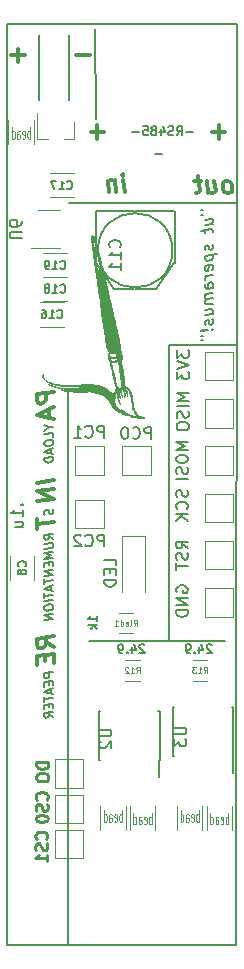
<source format=gbr>
G04 #@! TF.GenerationSoftware,KiCad,Pcbnew,5.0.2-bee76a0~70~ubuntu18.04.1*
G04 #@! TF.CreationDate,2019-12-03T11:06:18+01:00*
G04 #@! TF.ProjectId,instrumnet,696e7374-7275-46d6-9e65-742e6b696361,rev?*
G04 #@! TF.SameCoordinates,Original*
G04 #@! TF.FileFunction,Legend,Bot*
G04 #@! TF.FilePolarity,Positive*
%FSLAX46Y46*%
G04 Gerber Fmt 4.6, Leading zero omitted, Abs format (unit mm)*
G04 Created by KiCad (PCBNEW 5.0.2-bee76a0~70~ubuntu18.04.1) date Tue 03 Dec 2019 11:06:18 AM CET*
%MOMM*%
%LPD*%
G01*
G04 APERTURE LIST*
%ADD10C,0.200000*%
%ADD11C,0.300000*%
%ADD12C,0.150000*%
%ADD13C,0.187500*%
%ADD14C,0.250000*%
%ADD15C,0.120000*%
%ADD16C,0.010000*%
%ADD17C,0.125000*%
%ADD18C,0.075000*%
G04 APERTURE END LIST*
D10*
X130300000Y-79200000D02*
X144500000Y-79200000D01*
X138700000Y-116100000D02*
X138700000Y-91200000D01*
X138700000Y-91200000D02*
X144500000Y-91200000D01*
D11*
X143511428Y-73177142D02*
X142368571Y-73177142D01*
X142940000Y-73748571D02*
X142940000Y-72605714D01*
X133251428Y-73197142D02*
X132108571Y-73197142D01*
X132680000Y-73768571D02*
X132680000Y-72625714D01*
D10*
X137570000Y-75080000D02*
X138170000Y-75080000D01*
D12*
X125000000Y-64000000D02*
X144500000Y-64000000D01*
D13*
X140753571Y-73163571D02*
X140182142Y-73163571D01*
X139396428Y-73449285D02*
X139646428Y-73092142D01*
X139825000Y-73449285D02*
X139825000Y-72699285D01*
X139539285Y-72699285D01*
X139467857Y-72735000D01*
X139432142Y-72770714D01*
X139396428Y-72842142D01*
X139396428Y-72949285D01*
X139432142Y-73020714D01*
X139467857Y-73056428D01*
X139539285Y-73092142D01*
X139825000Y-73092142D01*
X139110714Y-73413571D02*
X139003571Y-73449285D01*
X138825000Y-73449285D01*
X138753571Y-73413571D01*
X138717857Y-73377857D01*
X138682142Y-73306428D01*
X138682142Y-73235000D01*
X138717857Y-73163571D01*
X138753571Y-73127857D01*
X138825000Y-73092142D01*
X138967857Y-73056428D01*
X139039285Y-73020714D01*
X139075000Y-72985000D01*
X139110714Y-72913571D01*
X139110714Y-72842142D01*
X139075000Y-72770714D01*
X139039285Y-72735000D01*
X138967857Y-72699285D01*
X138789285Y-72699285D01*
X138682142Y-72735000D01*
X138039285Y-72949285D02*
X138039285Y-73449285D01*
X138217857Y-72663571D02*
X138396428Y-73199285D01*
X137932142Y-73199285D01*
X137539285Y-73020714D02*
X137610714Y-72985000D01*
X137646428Y-72949285D01*
X137682142Y-72877857D01*
X137682142Y-72842142D01*
X137646428Y-72770714D01*
X137610714Y-72735000D01*
X137539285Y-72699285D01*
X137396428Y-72699285D01*
X137325000Y-72735000D01*
X137289285Y-72770714D01*
X137253571Y-72842142D01*
X137253571Y-72877857D01*
X137289285Y-72949285D01*
X137325000Y-72985000D01*
X137396428Y-73020714D01*
X137539285Y-73020714D01*
X137610714Y-73056428D01*
X137646428Y-73092142D01*
X137682142Y-73163571D01*
X137682142Y-73306428D01*
X137646428Y-73377857D01*
X137610714Y-73413571D01*
X137539285Y-73449285D01*
X137396428Y-73449285D01*
X137325000Y-73413571D01*
X137289285Y-73377857D01*
X137253571Y-73306428D01*
X137253571Y-73163571D01*
X137289285Y-73092142D01*
X137325000Y-73056428D01*
X137396428Y-73020714D01*
X136575000Y-72699285D02*
X136932142Y-72699285D01*
X136967857Y-73056428D01*
X136932142Y-73020714D01*
X136860714Y-72985000D01*
X136682142Y-72985000D01*
X136610714Y-73020714D01*
X136575000Y-73056428D01*
X136539285Y-73127857D01*
X136539285Y-73306428D01*
X136575000Y-73377857D01*
X136610714Y-73413571D01*
X136682142Y-73449285D01*
X136860714Y-73449285D01*
X136932142Y-73413571D01*
X136967857Y-73377857D01*
X136217857Y-73163571D02*
X135646428Y-73163571D01*
D10*
X130200000Y-95200000D02*
X130220000Y-141990000D01*
D13*
X128949285Y-118931774D02*
X128199285Y-119025524D01*
X128199285Y-119311238D01*
X128235000Y-119378203D01*
X128270714Y-119409453D01*
X128342142Y-119436238D01*
X128449285Y-119422845D01*
X128520714Y-119378203D01*
X128556428Y-119338024D01*
X128592142Y-119262131D01*
X128592142Y-118976417D01*
X128556428Y-119730881D02*
X128556428Y-119980881D01*
X128949285Y-120038917D02*
X128949285Y-119681774D01*
X128199285Y-119775524D01*
X128199285Y-120132667D01*
X128735000Y-120351417D02*
X128735000Y-120708560D01*
X128949285Y-120253203D02*
X128199285Y-120596953D01*
X128949285Y-120753203D01*
X128199285Y-120989810D02*
X128199285Y-121418381D01*
X128949285Y-121110345D02*
X128199285Y-121204095D01*
X128556428Y-121623738D02*
X128556428Y-121873738D01*
X128949285Y-121931774D02*
X128949285Y-121574631D01*
X128199285Y-121668381D01*
X128199285Y-122025524D01*
X128949285Y-122681774D02*
X128592142Y-122476417D01*
X128949285Y-122253203D02*
X128199285Y-122346953D01*
X128199285Y-122632667D01*
X128235000Y-122699631D01*
X128270714Y-122730881D01*
X128342142Y-122757667D01*
X128449285Y-122744274D01*
X128520714Y-122699631D01*
X128556428Y-122659453D01*
X128592142Y-122583560D01*
X128592142Y-122297845D01*
X128949285Y-107610345D02*
X128592142Y-107404988D01*
X128949285Y-107181774D02*
X128199285Y-107275524D01*
X128199285Y-107561238D01*
X128235000Y-107628203D01*
X128270714Y-107659453D01*
X128342142Y-107686238D01*
X128449285Y-107672845D01*
X128520714Y-107628203D01*
X128556428Y-107588024D01*
X128592142Y-107512131D01*
X128592142Y-107226417D01*
X128199285Y-108025524D02*
X128806428Y-107949631D01*
X128877857Y-107976417D01*
X128913571Y-108007667D01*
X128949285Y-108074631D01*
X128949285Y-108217488D01*
X128913571Y-108293381D01*
X128877857Y-108333560D01*
X128806428Y-108378203D01*
X128199285Y-108454095D01*
X128949285Y-108717488D02*
X128199285Y-108811238D01*
X128735000Y-108994274D01*
X128199285Y-109311238D01*
X128949285Y-109217488D01*
X128556428Y-109623738D02*
X128556428Y-109873738D01*
X128949285Y-109931774D02*
X128949285Y-109574631D01*
X128199285Y-109668381D01*
X128199285Y-110025524D01*
X128949285Y-110253203D02*
X128199285Y-110346953D01*
X128949285Y-110681774D01*
X128199285Y-110775524D01*
X128199285Y-111025524D02*
X128199285Y-111454095D01*
X128949285Y-111146060D02*
X128199285Y-111239810D01*
X128735000Y-111601417D02*
X128735000Y-111958560D01*
X128949285Y-111503203D02*
X128199285Y-111846953D01*
X128949285Y-112003203D01*
X128199285Y-112239810D02*
X128199285Y-112668381D01*
X128949285Y-112360345D02*
X128199285Y-112454095D01*
X128949285Y-112824631D02*
X128199285Y-112918381D01*
X128199285Y-113418381D02*
X128199285Y-113561238D01*
X128235000Y-113628203D01*
X128306428Y-113690703D01*
X128449285Y-113708560D01*
X128699285Y-113677310D01*
X128842142Y-113623738D01*
X128913571Y-113543381D01*
X128949285Y-113467488D01*
X128949285Y-113324631D01*
X128913571Y-113257667D01*
X128842142Y-113195167D01*
X128699285Y-113177310D01*
X128449285Y-113208560D01*
X128306428Y-113262131D01*
X128235000Y-113342488D01*
X128199285Y-113418381D01*
X128949285Y-113967488D02*
X128199285Y-114061238D01*
X128949285Y-114396060D01*
X128199285Y-114489810D01*
X128913571Y-105079095D02*
X128949285Y-105181774D01*
X128949285Y-105360345D01*
X128913571Y-105436238D01*
X128877857Y-105476417D01*
X128806428Y-105521060D01*
X128735000Y-105529988D01*
X128663571Y-105503203D01*
X128627857Y-105471953D01*
X128592142Y-105404988D01*
X128556428Y-105266595D01*
X128520714Y-105199631D01*
X128485000Y-105168381D01*
X128413571Y-105141595D01*
X128342142Y-105150524D01*
X128270714Y-105195167D01*
X128235000Y-105235345D01*
X128199285Y-105311238D01*
X128199285Y-105489810D01*
X128235000Y-105592488D01*
D11*
X129038571Y-116749642D02*
X128324285Y-116338928D01*
X129038571Y-115892500D02*
X127538571Y-116080000D01*
X127538571Y-116651428D01*
X127610000Y-116785357D01*
X127681428Y-116847857D01*
X127824285Y-116901428D01*
X128038571Y-116874642D01*
X128181428Y-116785357D01*
X128252857Y-116705000D01*
X128324285Y-116553214D01*
X128324285Y-115981785D01*
X128252857Y-117490714D02*
X128252857Y-117990714D01*
X129038571Y-118106785D02*
X129038571Y-117392500D01*
X127538571Y-117580000D01*
X127538571Y-118294285D01*
X127538571Y-105972857D02*
X127538571Y-106830000D01*
X129038571Y-106213928D02*
X127538571Y-106401428D01*
X129038571Y-102678214D02*
X127538571Y-102865714D01*
X129038571Y-103392500D02*
X127538571Y-103580000D01*
X129038571Y-104249642D01*
X127538571Y-104437142D01*
D13*
X128592142Y-98190703D02*
X128949285Y-98146060D01*
X128199285Y-97989810D02*
X128592142Y-98190703D01*
X128199285Y-98489810D01*
X128949285Y-99003203D02*
X128949285Y-98646060D01*
X128199285Y-98739810D01*
X128199285Y-99489810D02*
X128199285Y-99632667D01*
X128235000Y-99699631D01*
X128306428Y-99762131D01*
X128449285Y-99779988D01*
X128699285Y-99748738D01*
X128842142Y-99695167D01*
X128913571Y-99614810D01*
X128949285Y-99538917D01*
X128949285Y-99396060D01*
X128913571Y-99329095D01*
X128842142Y-99266595D01*
X128699285Y-99248738D01*
X128449285Y-99279988D01*
X128306428Y-99333560D01*
X128235000Y-99413917D01*
X128199285Y-99489810D01*
X128735000Y-100029988D02*
X128735000Y-100387131D01*
X128949285Y-99931774D02*
X128199285Y-100275524D01*
X128949285Y-100431774D01*
X128949285Y-100681774D02*
X128199285Y-100775524D01*
X128199285Y-100954095D01*
X128235000Y-101056774D01*
X128306428Y-101119274D01*
X128377857Y-101146060D01*
X128520714Y-101163917D01*
X128627857Y-101150524D01*
X128770714Y-101096953D01*
X128842142Y-101052310D01*
X128913571Y-100971953D01*
X128949285Y-100860345D01*
X128949285Y-100681774D01*
D11*
X129038571Y-95178214D02*
X127538571Y-95365714D01*
X127538571Y-95937142D01*
X127610000Y-96071071D01*
X127681428Y-96133571D01*
X127824285Y-96187142D01*
X128038571Y-96160357D01*
X128181428Y-96071071D01*
X128252857Y-95990714D01*
X128324285Y-95838928D01*
X128324285Y-95267500D01*
X128610000Y-96660357D02*
X128610000Y-97374642D01*
X129038571Y-96463928D02*
X127538571Y-97151428D01*
X129038571Y-97463928D01*
D12*
X141452380Y-79825014D02*
X141642857Y-79801205D01*
X141452380Y-80205967D02*
X141642857Y-80182157D01*
X141785714Y-81021443D02*
X142452380Y-80938110D01*
X141785714Y-80592872D02*
X142309523Y-80527395D01*
X142404761Y-80563110D01*
X142452380Y-80652395D01*
X142452380Y-80795252D01*
X142404761Y-80896443D01*
X142357142Y-80950014D01*
X141785714Y-81354776D02*
X141785714Y-81735729D01*
X141452380Y-81539300D02*
X142309523Y-81432157D01*
X142404761Y-81467872D01*
X142452380Y-81557157D01*
X142452380Y-81652395D01*
X142404761Y-82705967D02*
X142452380Y-82795252D01*
X142452380Y-82985729D01*
X142404761Y-83086919D01*
X142309523Y-83146443D01*
X142261904Y-83152395D01*
X142166666Y-83116681D01*
X142119047Y-83027395D01*
X142119047Y-82884538D01*
X142071428Y-82795252D01*
X141976190Y-82759538D01*
X141928571Y-82765491D01*
X141833333Y-82825014D01*
X141785714Y-82926205D01*
X141785714Y-83069062D01*
X141833333Y-83158348D01*
X141785714Y-83640491D02*
X142785714Y-83515491D01*
X141833333Y-83634538D02*
X141785714Y-83735729D01*
X141785714Y-83926205D01*
X141833333Y-84015491D01*
X141880952Y-84057157D01*
X141976190Y-84092872D01*
X142261904Y-84057157D01*
X142357142Y-83997633D01*
X142404761Y-83944062D01*
X142452380Y-83842872D01*
X142452380Y-83652395D01*
X142404761Y-83563110D01*
X142404761Y-84848824D02*
X142452380Y-84747633D01*
X142452380Y-84557157D01*
X142404761Y-84467872D01*
X142309523Y-84432157D01*
X141928571Y-84479776D01*
X141833333Y-84539300D01*
X141785714Y-84640491D01*
X141785714Y-84830967D01*
X141833333Y-84920252D01*
X141928571Y-84955967D01*
X142023809Y-84944062D01*
X142119047Y-84455967D01*
X142452380Y-85319062D02*
X141785714Y-85402395D01*
X141976190Y-85378586D02*
X141880952Y-85438110D01*
X141833333Y-85491681D01*
X141785714Y-85592872D01*
X141785714Y-85688110D01*
X142452380Y-86366681D02*
X141928571Y-86432157D01*
X141833333Y-86396443D01*
X141785714Y-86307157D01*
X141785714Y-86116681D01*
X141833333Y-86015491D01*
X142404761Y-86372633D02*
X142452380Y-86271443D01*
X142452380Y-86033348D01*
X142404761Y-85944062D01*
X142309523Y-85908348D01*
X142214285Y-85920252D01*
X142119047Y-85979776D01*
X142071428Y-86080967D01*
X142071428Y-86319062D01*
X142023809Y-86420252D01*
X142452380Y-86842872D02*
X141785714Y-86926205D01*
X141880952Y-86914300D02*
X141833333Y-86967872D01*
X141785714Y-87069062D01*
X141785714Y-87211919D01*
X141833333Y-87301205D01*
X141928571Y-87336919D01*
X142452380Y-87271443D01*
X141928571Y-87336919D02*
X141833333Y-87396443D01*
X141785714Y-87497633D01*
X141785714Y-87640491D01*
X141833333Y-87729776D01*
X141928571Y-87765491D01*
X142452380Y-87700014D01*
X141785714Y-88688110D02*
X142452380Y-88604776D01*
X141785714Y-88259538D02*
X142309523Y-88194062D01*
X142404761Y-88229776D01*
X142452380Y-88319062D01*
X142452380Y-88461919D01*
X142404761Y-88563110D01*
X142357142Y-88616681D01*
X142404761Y-89039300D02*
X142452380Y-89128586D01*
X142452380Y-89319062D01*
X142404761Y-89420252D01*
X142309523Y-89479776D01*
X142261904Y-89485729D01*
X142166666Y-89450014D01*
X142119047Y-89360729D01*
X142119047Y-89217872D01*
X142071428Y-89128586D01*
X141976190Y-89092872D01*
X141928571Y-89098824D01*
X141833333Y-89158348D01*
X141785714Y-89259538D01*
X141785714Y-89402395D01*
X141833333Y-89491681D01*
X142357142Y-89902395D02*
X142404761Y-89944062D01*
X142452380Y-89890491D01*
X142404761Y-89848824D01*
X142357142Y-89902395D01*
X142452380Y-89890491D01*
X142071428Y-89938110D02*
X141500000Y-89961919D01*
X141452380Y-90015491D01*
X141500000Y-90057157D01*
X142071428Y-89938110D01*
X141452380Y-90015491D01*
X141452380Y-90444062D02*
X141642857Y-90420252D01*
X141452380Y-90825014D02*
X141642857Y-90801205D01*
X134252380Y-109857142D02*
X134252380Y-109380952D01*
X133252380Y-109380952D01*
X133728571Y-110190476D02*
X133728571Y-110523809D01*
X134252380Y-110666666D02*
X134252380Y-110190476D01*
X133252380Y-110190476D01*
X133252380Y-110666666D01*
X134252380Y-111095238D02*
X133252380Y-111095238D01*
X133252380Y-111333333D01*
X133300000Y-111476190D01*
X133395238Y-111571428D01*
X133490476Y-111619047D01*
X133680952Y-111666666D01*
X133823809Y-111666666D01*
X134014285Y-111619047D01*
X134109523Y-111571428D01*
X134204761Y-111476190D01*
X134252380Y-111333333D01*
X134252380Y-111095238D01*
X137238095Y-99152380D02*
X137238095Y-98152380D01*
X136857142Y-98152380D01*
X136761904Y-98200000D01*
X136714285Y-98247619D01*
X136666666Y-98342857D01*
X136666666Y-98485714D01*
X136714285Y-98580952D01*
X136761904Y-98628571D01*
X136857142Y-98676190D01*
X137238095Y-98676190D01*
X135666666Y-99057142D02*
X135714285Y-99104761D01*
X135857142Y-99152380D01*
X135952380Y-99152380D01*
X136095238Y-99104761D01*
X136190476Y-99009523D01*
X136238095Y-98914285D01*
X136285714Y-98723809D01*
X136285714Y-98580952D01*
X136238095Y-98390476D01*
X136190476Y-98295238D01*
X136095238Y-98200000D01*
X135952380Y-98152380D01*
X135857142Y-98152380D01*
X135714285Y-98200000D01*
X135666666Y-98247619D01*
X135047619Y-98152380D02*
X134952380Y-98152380D01*
X134857142Y-98200000D01*
X134809523Y-98247619D01*
X134761904Y-98342857D01*
X134714285Y-98533333D01*
X134714285Y-98771428D01*
X134761904Y-98961904D01*
X134809523Y-99057142D01*
X134857142Y-99104761D01*
X134952380Y-99152380D01*
X135047619Y-99152380D01*
X135142857Y-99104761D01*
X135190476Y-99057142D01*
X135238095Y-98961904D01*
X135285714Y-98771428D01*
X135285714Y-98533333D01*
X135238095Y-98342857D01*
X135190476Y-98247619D01*
X135142857Y-98200000D01*
X135047619Y-98152380D01*
X133238095Y-108262380D02*
X133238095Y-107262380D01*
X132857142Y-107262380D01*
X132761904Y-107310000D01*
X132714285Y-107357619D01*
X132666666Y-107452857D01*
X132666666Y-107595714D01*
X132714285Y-107690952D01*
X132761904Y-107738571D01*
X132857142Y-107786190D01*
X133238095Y-107786190D01*
X131666666Y-108167142D02*
X131714285Y-108214761D01*
X131857142Y-108262380D01*
X131952380Y-108262380D01*
X132095238Y-108214761D01*
X132190476Y-108119523D01*
X132238095Y-108024285D01*
X132285714Y-107833809D01*
X132285714Y-107690952D01*
X132238095Y-107500476D01*
X132190476Y-107405238D01*
X132095238Y-107310000D01*
X131952380Y-107262380D01*
X131857142Y-107262380D01*
X131714285Y-107310000D01*
X131666666Y-107357619D01*
X131285714Y-107357619D02*
X131238095Y-107310000D01*
X131142857Y-107262380D01*
X130904761Y-107262380D01*
X130809523Y-107310000D01*
X130761904Y-107357619D01*
X130714285Y-107452857D01*
X130714285Y-107548095D01*
X130761904Y-107690952D01*
X131333333Y-108262380D01*
X130714285Y-108262380D01*
X133238095Y-99052380D02*
X133238095Y-98052380D01*
X132857142Y-98052380D01*
X132761904Y-98100000D01*
X132714285Y-98147619D01*
X132666666Y-98242857D01*
X132666666Y-98385714D01*
X132714285Y-98480952D01*
X132761904Y-98528571D01*
X132857142Y-98576190D01*
X133238095Y-98576190D01*
X131666666Y-98957142D02*
X131714285Y-99004761D01*
X131857142Y-99052380D01*
X131952380Y-99052380D01*
X132095238Y-99004761D01*
X132190476Y-98909523D01*
X132238095Y-98814285D01*
X132285714Y-98623809D01*
X132285714Y-98480952D01*
X132238095Y-98290476D01*
X132190476Y-98195238D01*
X132095238Y-98100000D01*
X131952380Y-98052380D01*
X131857142Y-98052380D01*
X131714285Y-98100000D01*
X131666666Y-98147619D01*
X130714285Y-99052380D02*
X131285714Y-99052380D01*
X131000000Y-99052380D02*
X131000000Y-98052380D01*
X131095238Y-98195238D01*
X131190476Y-98290476D01*
X131285714Y-98338095D01*
X139400000Y-112138095D02*
X139352380Y-112042857D01*
X139352380Y-111900000D01*
X139400000Y-111757142D01*
X139495238Y-111661904D01*
X139590476Y-111614285D01*
X139780952Y-111566666D01*
X139923809Y-111566666D01*
X140114285Y-111614285D01*
X140209523Y-111661904D01*
X140304761Y-111757142D01*
X140352380Y-111900000D01*
X140352380Y-111995238D01*
X140304761Y-112138095D01*
X140257142Y-112185714D01*
X139923809Y-112185714D01*
X139923809Y-111995238D01*
X140352380Y-112614285D02*
X139352380Y-112614285D01*
X140352380Y-113185714D01*
X139352380Y-113185714D01*
X140352380Y-113661904D02*
X139352380Y-113661904D01*
X139352380Y-113900000D01*
X139400000Y-114042857D01*
X139495238Y-114138095D01*
X139590476Y-114185714D01*
X139780952Y-114233333D01*
X139923809Y-114233333D01*
X140114285Y-114185714D01*
X140209523Y-114138095D01*
X140304761Y-114042857D01*
X140352380Y-113900000D01*
X140352380Y-113661904D01*
X140352380Y-108422380D02*
X139876190Y-108089047D01*
X140352380Y-107850952D02*
X139352380Y-107850952D01*
X139352380Y-108231904D01*
X139400000Y-108327142D01*
X139447619Y-108374761D01*
X139542857Y-108422380D01*
X139685714Y-108422380D01*
X139780952Y-108374761D01*
X139828571Y-108327142D01*
X139876190Y-108231904D01*
X139876190Y-107850952D01*
X140304761Y-108803333D02*
X140352380Y-108946190D01*
X140352380Y-109184285D01*
X140304761Y-109279523D01*
X140257142Y-109327142D01*
X140161904Y-109374761D01*
X140066666Y-109374761D01*
X139971428Y-109327142D01*
X139923809Y-109279523D01*
X139876190Y-109184285D01*
X139828571Y-108993809D01*
X139780952Y-108898571D01*
X139733333Y-108850952D01*
X139638095Y-108803333D01*
X139542857Y-108803333D01*
X139447619Y-108850952D01*
X139400000Y-108898571D01*
X139352380Y-108993809D01*
X139352380Y-109231904D01*
X139400000Y-109374761D01*
X139352380Y-109660476D02*
X139352380Y-110231904D01*
X140352380Y-109946190D02*
X139352380Y-109946190D01*
X140304761Y-103514285D02*
X140352380Y-103657142D01*
X140352380Y-103895238D01*
X140304761Y-103990476D01*
X140257142Y-104038095D01*
X140161904Y-104085714D01*
X140066666Y-104085714D01*
X139971428Y-104038095D01*
X139923809Y-103990476D01*
X139876190Y-103895238D01*
X139828571Y-103704761D01*
X139780952Y-103609523D01*
X139733333Y-103561904D01*
X139638095Y-103514285D01*
X139542857Y-103514285D01*
X139447619Y-103561904D01*
X139400000Y-103609523D01*
X139352380Y-103704761D01*
X139352380Y-103942857D01*
X139400000Y-104085714D01*
X140257142Y-105085714D02*
X140304761Y-105038095D01*
X140352380Y-104895238D01*
X140352380Y-104800000D01*
X140304761Y-104657142D01*
X140209523Y-104561904D01*
X140114285Y-104514285D01*
X139923809Y-104466666D01*
X139780952Y-104466666D01*
X139590476Y-104514285D01*
X139495238Y-104561904D01*
X139400000Y-104657142D01*
X139352380Y-104800000D01*
X139352380Y-104895238D01*
X139400000Y-105038095D01*
X139447619Y-105085714D01*
X140352380Y-105514285D02*
X139352380Y-105514285D01*
X140352380Y-106085714D02*
X139780952Y-105657142D01*
X139352380Y-106085714D02*
X139923809Y-105514285D01*
X140352380Y-99428571D02*
X139352380Y-99428571D01*
X140066666Y-99761904D01*
X139352380Y-100095238D01*
X140352380Y-100095238D01*
X139352380Y-100761904D02*
X139352380Y-100952380D01*
X139400000Y-101047619D01*
X139495238Y-101142857D01*
X139685714Y-101190476D01*
X140019047Y-101190476D01*
X140209523Y-101142857D01*
X140304761Y-101047619D01*
X140352380Y-100952380D01*
X140352380Y-100761904D01*
X140304761Y-100666666D01*
X140209523Y-100571428D01*
X140019047Y-100523809D01*
X139685714Y-100523809D01*
X139495238Y-100571428D01*
X139400000Y-100666666D01*
X139352380Y-100761904D01*
X140304761Y-101571428D02*
X140352380Y-101714285D01*
X140352380Y-101952380D01*
X140304761Y-102047619D01*
X140257142Y-102095238D01*
X140161904Y-102142857D01*
X140066666Y-102142857D01*
X139971428Y-102095238D01*
X139923809Y-102047619D01*
X139876190Y-101952380D01*
X139828571Y-101761904D01*
X139780952Y-101666666D01*
X139733333Y-101619047D01*
X139638095Y-101571428D01*
X139542857Y-101571428D01*
X139447619Y-101619047D01*
X139400000Y-101666666D01*
X139352380Y-101761904D01*
X139352380Y-102000000D01*
X139400000Y-102142857D01*
X140352380Y-102571428D02*
X139352380Y-102571428D01*
X140402380Y-95248571D02*
X139402380Y-95248571D01*
X140116666Y-95581904D01*
X139402380Y-95915238D01*
X140402380Y-95915238D01*
X140402380Y-96391428D02*
X139402380Y-96391428D01*
X140354761Y-96820000D02*
X140402380Y-96962857D01*
X140402380Y-97200952D01*
X140354761Y-97296190D01*
X140307142Y-97343809D01*
X140211904Y-97391428D01*
X140116666Y-97391428D01*
X140021428Y-97343809D01*
X139973809Y-97296190D01*
X139926190Y-97200952D01*
X139878571Y-97010476D01*
X139830952Y-96915238D01*
X139783333Y-96867619D01*
X139688095Y-96820000D01*
X139592857Y-96820000D01*
X139497619Y-96867619D01*
X139450000Y-96915238D01*
X139402380Y-97010476D01*
X139402380Y-97248571D01*
X139450000Y-97391428D01*
X139402380Y-98010476D02*
X139402380Y-98200952D01*
X139450000Y-98296190D01*
X139545238Y-98391428D01*
X139735714Y-98439047D01*
X140069047Y-98439047D01*
X140259523Y-98391428D01*
X140354761Y-98296190D01*
X140402380Y-98200952D01*
X140402380Y-98010476D01*
X140354761Y-97915238D01*
X140259523Y-97820000D01*
X140069047Y-97772380D01*
X139735714Y-97772380D01*
X139545238Y-97820000D01*
X139450000Y-97915238D01*
X139402380Y-98010476D01*
X139452380Y-91661904D02*
X139452380Y-92280952D01*
X139833333Y-91947619D01*
X139833333Y-92090476D01*
X139880952Y-92185714D01*
X139928571Y-92233333D01*
X140023809Y-92280952D01*
X140261904Y-92280952D01*
X140357142Y-92233333D01*
X140404761Y-92185714D01*
X140452380Y-92090476D01*
X140452380Y-91804761D01*
X140404761Y-91709523D01*
X140357142Y-91661904D01*
X139452380Y-92566666D02*
X140452380Y-92900000D01*
X139452380Y-93233333D01*
X139452380Y-93471428D02*
X139452380Y-94090476D01*
X139833333Y-93757142D01*
X139833333Y-93900000D01*
X139880952Y-93995238D01*
X139928571Y-94042857D01*
X140023809Y-94090476D01*
X140261904Y-94090476D01*
X140357142Y-94042857D01*
X140404761Y-93995238D01*
X140452380Y-93900000D01*
X140452380Y-93614285D01*
X140404761Y-93519047D01*
X140357142Y-93471428D01*
D14*
X128337142Y-133037142D02*
X128384761Y-132989523D01*
X128432380Y-132846666D01*
X128432380Y-132751428D01*
X128384761Y-132608571D01*
X128289523Y-132513333D01*
X128194285Y-132465714D01*
X128003809Y-132418095D01*
X127860952Y-132418095D01*
X127670476Y-132465714D01*
X127575238Y-132513333D01*
X127480000Y-132608571D01*
X127432380Y-132751428D01*
X127432380Y-132846666D01*
X127480000Y-132989523D01*
X127527619Y-133037142D01*
X128384761Y-133418095D02*
X128432380Y-133560952D01*
X128432380Y-133799047D01*
X128384761Y-133894285D01*
X128337142Y-133941904D01*
X128241904Y-133989523D01*
X128146666Y-133989523D01*
X128051428Y-133941904D01*
X128003809Y-133894285D01*
X127956190Y-133799047D01*
X127908571Y-133608571D01*
X127860952Y-133513333D01*
X127813333Y-133465714D01*
X127718095Y-133418095D01*
X127622857Y-133418095D01*
X127527619Y-133465714D01*
X127480000Y-133513333D01*
X127432380Y-133608571D01*
X127432380Y-133846666D01*
X127480000Y-133989523D01*
X128432380Y-134941904D02*
X128432380Y-134370476D01*
X128432380Y-134656190D02*
X127432380Y-134656190D01*
X127575238Y-134560952D01*
X127670476Y-134465714D01*
X127718095Y-134370476D01*
X128377142Y-129697142D02*
X128424761Y-129649523D01*
X128472380Y-129506666D01*
X128472380Y-129411428D01*
X128424761Y-129268571D01*
X128329523Y-129173333D01*
X128234285Y-129125714D01*
X128043809Y-129078095D01*
X127900952Y-129078095D01*
X127710476Y-129125714D01*
X127615238Y-129173333D01*
X127520000Y-129268571D01*
X127472380Y-129411428D01*
X127472380Y-129506666D01*
X127520000Y-129649523D01*
X127567619Y-129697142D01*
X128424761Y-130078095D02*
X128472380Y-130220952D01*
X128472380Y-130459047D01*
X128424761Y-130554285D01*
X128377142Y-130601904D01*
X128281904Y-130649523D01*
X128186666Y-130649523D01*
X128091428Y-130601904D01*
X128043809Y-130554285D01*
X127996190Y-130459047D01*
X127948571Y-130268571D01*
X127900952Y-130173333D01*
X127853333Y-130125714D01*
X127758095Y-130078095D01*
X127662857Y-130078095D01*
X127567619Y-130125714D01*
X127520000Y-130173333D01*
X127472380Y-130268571D01*
X127472380Y-130506666D01*
X127520000Y-130649523D01*
X127472380Y-131268571D02*
X127472380Y-131363809D01*
X127520000Y-131459047D01*
X127567619Y-131506666D01*
X127662857Y-131554285D01*
X127853333Y-131601904D01*
X128091428Y-131601904D01*
X128281904Y-131554285D01*
X128377142Y-131506666D01*
X128424761Y-131459047D01*
X128472380Y-131363809D01*
X128472380Y-131268571D01*
X128424761Y-131173333D01*
X128377142Y-131125714D01*
X128281904Y-131078095D01*
X128091428Y-131030476D01*
X127853333Y-131030476D01*
X127662857Y-131078095D01*
X127567619Y-131125714D01*
X127520000Y-131173333D01*
X127472380Y-131268571D01*
X128512380Y-126534285D02*
X127512380Y-126534285D01*
X127512380Y-126772380D01*
X127560000Y-126915238D01*
X127655238Y-127010476D01*
X127750476Y-127058095D01*
X127940952Y-127105714D01*
X128083809Y-127105714D01*
X128274285Y-127058095D01*
X128369523Y-127010476D01*
X128464761Y-126915238D01*
X128512380Y-126772380D01*
X128512380Y-126534285D01*
X127512380Y-127724761D02*
X127512380Y-127915238D01*
X127560000Y-128010476D01*
X127655238Y-128105714D01*
X127845714Y-128153333D01*
X128179047Y-128153333D01*
X128369523Y-128105714D01*
X128464761Y-128010476D01*
X128512380Y-127915238D01*
X128512380Y-127724761D01*
X128464761Y-127629523D01*
X128369523Y-127534285D01*
X128179047Y-127486666D01*
X127845714Y-127486666D01*
X127655238Y-127534285D01*
X127560000Y-127629523D01*
X127512380Y-127724761D01*
D10*
X132520000Y-72060000D02*
X132500000Y-64500000D01*
D11*
X132043428Y-66701142D02*
X130900571Y-66701142D01*
D10*
X130250000Y-65000000D02*
X130250000Y-70500000D01*
X127750000Y-65000000D02*
X127750000Y-70500000D01*
D11*
X126513428Y-66701142D02*
X125370571Y-66701142D01*
X125942000Y-67272571D02*
X125942000Y-66129714D01*
D10*
X132000000Y-116250000D02*
X143500000Y-116250000D01*
D11*
X143860357Y-78368571D02*
X143994285Y-78297142D01*
X144056785Y-78225714D01*
X144110357Y-78082857D01*
X144056785Y-77654285D01*
X143967500Y-77511428D01*
X143887142Y-77440000D01*
X143735357Y-77368571D01*
X143521071Y-77368571D01*
X143387142Y-77440000D01*
X143324642Y-77511428D01*
X143271071Y-77654285D01*
X143324642Y-78082857D01*
X143413928Y-78225714D01*
X143494285Y-78297142D01*
X143646071Y-78368571D01*
X143860357Y-78368571D01*
X141949642Y-77368571D02*
X142074642Y-78368571D01*
X142592500Y-77368571D02*
X142690714Y-78154285D01*
X142637142Y-78297142D01*
X142503214Y-78368571D01*
X142288928Y-78368571D01*
X142137142Y-78297142D01*
X142056785Y-78225714D01*
X141449642Y-77368571D02*
X140878214Y-77368571D01*
X141172857Y-76868571D02*
X141333571Y-78154285D01*
X141280000Y-78297142D01*
X141146071Y-78368571D01*
X141003214Y-78368571D01*
X134994642Y-78228571D02*
X134869642Y-77228571D01*
X134807142Y-76728571D02*
X134887500Y-76800000D01*
X134825000Y-76871428D01*
X134744642Y-76800000D01*
X134807142Y-76728571D01*
X134825000Y-76871428D01*
X134155357Y-77228571D02*
X134280357Y-78228571D01*
X134173214Y-77371428D02*
X134092857Y-77300000D01*
X133941071Y-77228571D01*
X133726785Y-77228571D01*
X133592857Y-77300000D01*
X133539285Y-77442857D01*
X133637500Y-78228571D01*
D12*
X125000000Y-142000000D02*
X125000000Y-64000000D01*
X144400000Y-142000000D02*
X125000000Y-142000000D01*
X144500000Y-64000000D02*
X144400000Y-142000000D01*
G04 #@! TO.C,C11*
X139020000Y-83200000D02*
G75*
G03X139020000Y-83200000I-3150000J0D01*
G01*
X135820000Y-79900000D02*
X132520000Y-79900000D01*
X132520000Y-79900000D02*
X132520000Y-84250000D01*
X135820000Y-86500000D02*
X134070000Y-86500000D01*
X139170000Y-79900000D02*
X135870000Y-79900000D01*
X137670000Y-86500000D02*
X135870000Y-86500000D01*
X139220000Y-79900000D02*
X139220000Y-84250000D01*
X132570000Y-84300000D02*
X134070000Y-86500000D01*
X137670000Y-86500000D02*
X139170000Y-84300000D01*
D15*
G04 #@! TO.C,C18*
X128090000Y-85450000D02*
X130090000Y-85450000D01*
X130090000Y-87490000D02*
X128090000Y-87490000D01*
G04 #@! TO.C,C19*
X130090000Y-85490000D02*
X128090000Y-85490000D01*
X128090000Y-83450000D02*
X130090000Y-83450000D01*
G04 #@! TO.C,C17*
X128660000Y-76680000D02*
X130660000Y-76680000D01*
X130660000Y-78720000D02*
X128660000Y-78720000D01*
G04 #@! TO.C,C16*
X127830000Y-87610000D02*
X129830000Y-87610000D01*
X129830000Y-89650000D02*
X127830000Y-89650000D01*
G04 #@! TO.C,C8*
X127350000Y-109080000D02*
X127350000Y-111080000D01*
X125310000Y-111080000D02*
X125310000Y-109080000D01*
G04 #@! TO.C,L5*
X125150000Y-72190000D02*
X125150000Y-74190000D01*
X127290000Y-74190000D02*
X127290000Y-72190000D01*
G04 #@! TO.C,Rled1*
X134500000Y-115630000D02*
X135700000Y-115630000D01*
X135700000Y-113870000D02*
X134500000Y-113870000D01*
G04 #@! TO.C,R13*
X141950000Y-117870000D02*
X140750000Y-117870000D01*
X140750000Y-119630000D02*
X141950000Y-119630000D01*
G04 #@! TO.C,R12*
X136250000Y-117870000D02*
X135050000Y-117870000D01*
X135050000Y-119630000D02*
X136250000Y-119630000D01*
G04 #@! TO.C,D3*
X134800000Y-107400000D02*
X134800000Y-112100000D01*
X136700000Y-107400000D02*
X136700000Y-112100000D01*
X134800000Y-107400000D02*
X136700000Y-107400000D01*
G04 #@! TO.C,TP12*
X141800000Y-110200000D02*
X144200000Y-110200000D01*
X141800000Y-107800000D02*
X141800000Y-110200000D01*
X144200000Y-107800000D02*
X141800000Y-107800000D01*
X144200000Y-110200000D02*
X144200000Y-107800000D01*
G04 #@! TO.C,TP1*
X144200000Y-114200000D02*
X144200000Y-111800000D01*
X144200000Y-111800000D02*
X141800000Y-111800000D01*
X141800000Y-111800000D02*
X141800000Y-114200000D01*
X141800000Y-114200000D02*
X144200000Y-114200000D01*
G04 #@! TO.C,TP2*
X134800000Y-102200000D02*
X137200000Y-102200000D01*
X134800000Y-99800000D02*
X134800000Y-102200000D01*
X137200000Y-99800000D02*
X134800000Y-99800000D01*
X137200000Y-102200000D02*
X137200000Y-99800000D01*
G04 #@! TO.C,TP3*
X133200000Y-102200000D02*
X133200000Y-99800000D01*
X133200000Y-99800000D02*
X130800000Y-99800000D01*
X130800000Y-99800000D02*
X130800000Y-102200000D01*
X130800000Y-102200000D02*
X133200000Y-102200000D01*
G04 #@! TO.C,TP4*
X130800000Y-106700000D02*
X133200000Y-106700000D01*
X130800000Y-104300000D02*
X130800000Y-106700000D01*
X133200000Y-104300000D02*
X130800000Y-104300000D01*
X133200000Y-106700000D02*
X133200000Y-104300000D01*
G04 #@! TO.C,TP5*
X129080000Y-126280000D02*
X129080000Y-128680000D01*
X129080000Y-128680000D02*
X131480000Y-128680000D01*
X131480000Y-128680000D02*
X131480000Y-126280000D01*
X131480000Y-126280000D02*
X129080000Y-126280000D01*
G04 #@! TO.C,TP6*
X131480000Y-129280000D02*
X129080000Y-129280000D01*
X131480000Y-131680000D02*
X131480000Y-129280000D01*
X129080000Y-131680000D02*
X131480000Y-131680000D01*
X129080000Y-129280000D02*
X129080000Y-131680000D01*
G04 #@! TO.C,TP7*
X129080000Y-132280000D02*
X129080000Y-134680000D01*
X129080000Y-134680000D02*
X131480000Y-134680000D01*
X131480000Y-134680000D02*
X131480000Y-132280000D01*
X131480000Y-132280000D02*
X129080000Y-132280000D01*
G04 #@! TO.C,TP8*
X141800000Y-94200000D02*
X144200000Y-94200000D01*
X141800000Y-91800000D02*
X141800000Y-94200000D01*
X144200000Y-91800000D02*
X141800000Y-91800000D01*
X144200000Y-94200000D02*
X144200000Y-91800000D01*
G04 #@! TO.C,TP9*
X144200000Y-98200000D02*
X144200000Y-95800000D01*
X144200000Y-95800000D02*
X141800000Y-95800000D01*
X141800000Y-95800000D02*
X141800000Y-98200000D01*
X141800000Y-98200000D02*
X144200000Y-98200000D01*
G04 #@! TO.C,TP10*
X141800000Y-102200000D02*
X144200000Y-102200000D01*
X141800000Y-99800000D02*
X141800000Y-102200000D01*
X144200000Y-99800000D02*
X141800000Y-99800000D01*
X144200000Y-102200000D02*
X144200000Y-99800000D01*
G04 #@! TO.C,TP11*
X144200000Y-106200000D02*
X144200000Y-103800000D01*
X144200000Y-103800000D02*
X141800000Y-103800000D01*
X141800000Y-103800000D02*
X141800000Y-106200000D01*
X141800000Y-106200000D02*
X144200000Y-106200000D01*
G04 #@! TO.C,D7*
X130740000Y-73760000D02*
X130740000Y-72300000D01*
X127580000Y-73760000D02*
X127580000Y-71600000D01*
X127580000Y-73760000D02*
X128510000Y-73760000D01*
X130740000Y-73760000D02*
X129810000Y-73760000D01*
G04 #@! TO.C,U6*
X127690000Y-79810000D02*
X129490000Y-79810000D01*
X129490000Y-83030000D02*
X127040000Y-83030000D01*
D12*
G04 #@! TO.C,U2*
X137940000Y-126375000D02*
X137890000Y-126375000D01*
X137940000Y-122225000D02*
X137795000Y-122225000D01*
X132790000Y-122225000D02*
X132935000Y-122225000D01*
X132790000Y-126375000D02*
X132935000Y-126375000D01*
X137940000Y-126375000D02*
X137940000Y-122225000D01*
X132790000Y-126375000D02*
X132790000Y-122225000D01*
X137890000Y-126375000D02*
X137890000Y-127775000D01*
G04 #@! TO.C,U3*
X144140000Y-126025000D02*
X144140000Y-127425000D01*
X139040000Y-126025000D02*
X139040000Y-121875000D01*
X144190000Y-126025000D02*
X144190000Y-121875000D01*
X139040000Y-126025000D02*
X139185000Y-126025000D01*
X139040000Y-121875000D02*
X139185000Y-121875000D01*
X144190000Y-121875000D02*
X144045000Y-121875000D01*
X144190000Y-126025000D02*
X144140000Y-126025000D01*
D15*
G04 #@! TO.C,L1*
X132930000Y-130250000D02*
X132930000Y-132250000D01*
X135070000Y-132250000D02*
X135070000Y-130250000D01*
G04 #@! TO.C,L2*
X135430000Y-130250000D02*
X135430000Y-132250000D01*
X137570000Y-132250000D02*
X137570000Y-130250000D01*
G04 #@! TO.C,L3*
X139430000Y-130250000D02*
X139430000Y-132250000D01*
X141570000Y-132250000D02*
X141570000Y-130250000D01*
G04 #@! TO.C,L4*
X141930000Y-130250000D02*
X141930000Y-132250000D01*
X144070000Y-132250000D02*
X144070000Y-130250000D01*
D16*
G04 #@! TO.C,G\002A\002A\002A*
G36*
X132247074Y-81939658D02*
X132222143Y-81946861D01*
X132206584Y-81955313D01*
X132195067Y-81967498D01*
X132185155Y-81988293D01*
X132174417Y-82022577D01*
X132162949Y-82065469D01*
X132153806Y-82103742D01*
X132147152Y-82140923D01*
X132143116Y-82179783D01*
X132141829Y-82223091D01*
X132143423Y-82273620D01*
X132148027Y-82334139D01*
X132155775Y-82407421D01*
X132166794Y-82496233D01*
X132181218Y-82603348D01*
X132192026Y-82680866D01*
X132219702Y-82877774D01*
X132246844Y-83070987D01*
X132273245Y-83259039D01*
X132298700Y-83440460D01*
X132323004Y-83613784D01*
X132345951Y-83777544D01*
X132367336Y-83930269D01*
X132386953Y-84070492D01*
X132404597Y-84196746D01*
X132420063Y-84307563D01*
X132433144Y-84401476D01*
X132443637Y-84477015D01*
X132451333Y-84532713D01*
X132456030Y-84567104D01*
X132456214Y-84568471D01*
X132462880Y-84617382D01*
X132472008Y-84683288D01*
X132482780Y-84760329D01*
X132494377Y-84842644D01*
X132505977Y-84924373D01*
X132506579Y-84928595D01*
X132516423Y-84997975D01*
X132528782Y-85085648D01*
X132543015Y-85187035D01*
X132558482Y-85297554D01*
X132574540Y-85412626D01*
X132590550Y-85527670D01*
X132603060Y-85617824D01*
X132618923Y-85732153D01*
X132635667Y-85852549D01*
X132652587Y-85973961D01*
X132668979Y-86091334D01*
X132684134Y-86199616D01*
X132697349Y-86293752D01*
X132705338Y-86350441D01*
X132717138Y-86434020D01*
X132731385Y-86534979D01*
X132747304Y-86647833D01*
X132764121Y-86767095D01*
X132781063Y-86887282D01*
X132797358Y-87002907D01*
X132804315Y-87052291D01*
X132862304Y-87463275D01*
X132917306Y-87851716D01*
X132969376Y-88217964D01*
X133018564Y-88562366D01*
X133064924Y-88885271D01*
X133108508Y-89187028D01*
X133149368Y-89467983D01*
X133187556Y-89728487D01*
X133223125Y-89968886D01*
X133256127Y-90189530D01*
X133286615Y-90390766D01*
X133314640Y-90572943D01*
X133340256Y-90736409D01*
X133363514Y-90881513D01*
X133384466Y-91008602D01*
X133403165Y-91118025D01*
X133419665Y-91210129D01*
X133434015Y-91285266D01*
X133446270Y-91343779D01*
X133454177Y-91377206D01*
X133475982Y-91451198D01*
X133504474Y-91530911D01*
X133536813Y-91609492D01*
X133570153Y-91680085D01*
X133601652Y-91735838D01*
X133605251Y-91741323D01*
X133627953Y-91776269D01*
X133638949Y-91798812D01*
X133639679Y-91815526D01*
X133631588Y-91832985D01*
X133626995Y-91840400D01*
X133590237Y-91915175D01*
X133570087Y-91993824D01*
X133567339Y-92070781D01*
X133582781Y-92140472D01*
X133583945Y-92143418D01*
X133592976Y-92185573D01*
X133593778Y-92243649D01*
X133591767Y-92269528D01*
X133589407Y-92358721D01*
X133602538Y-92432335D01*
X133631874Y-92492535D01*
X133678130Y-92541487D01*
X133682776Y-92545130D01*
X133694306Y-92557031D01*
X133704721Y-92575873D01*
X133715059Y-92604980D01*
X133726362Y-92647679D01*
X133739667Y-92707296D01*
X133751749Y-92765928D01*
X133780214Y-92904527D01*
X133811710Y-93053580D01*
X133845566Y-93210165D01*
X133881105Y-93371361D01*
X133917653Y-93534244D01*
X133954538Y-93695891D01*
X133991083Y-93853380D01*
X134026614Y-94003787D01*
X134060459Y-94144192D01*
X134091942Y-94271671D01*
X134120388Y-94383301D01*
X134145125Y-94476161D01*
X134152140Y-94501411D01*
X134183062Y-94607526D01*
X134210176Y-94692255D01*
X134233971Y-94756902D01*
X134254936Y-94802767D01*
X134273562Y-94831154D01*
X134277787Y-94835556D01*
X134292176Y-94852547D01*
X134294265Y-94861395D01*
X134202205Y-94965864D01*
X134127762Y-95071873D01*
X134066206Y-95186753D01*
X134031138Y-95268952D01*
X134012523Y-95315979D01*
X133997078Y-95354127D01*
X133986670Y-95378844D01*
X133983251Y-95385867D01*
X133974389Y-95379319D01*
X133952870Y-95359624D01*
X133922235Y-95330092D01*
X133896470Y-95304554D01*
X133747810Y-95163927D01*
X133662132Y-95093254D01*
X132133828Y-94683746D01*
X132126758Y-94687828D01*
X132122676Y-94680758D01*
X132129747Y-94676677D01*
X132133828Y-94683746D01*
X133662132Y-95093254D01*
X133601090Y-95042902D01*
X133452042Y-94938841D01*
X133296401Y-94849103D01*
X133129902Y-94771051D01*
X132948278Y-94702042D01*
X132892874Y-94683573D01*
X132741184Y-94639498D01*
X132581573Y-94603336D01*
X132412338Y-94574986D01*
X132231782Y-94554340D01*
X132038203Y-94541296D01*
X131829903Y-94535749D01*
X131605182Y-94537593D01*
X131362338Y-94546726D01*
X131099674Y-94563042D01*
X131023731Y-94568776D01*
X130757266Y-94587657D01*
X130511178Y-94600888D01*
X130283427Y-94608374D01*
X130071977Y-94610023D01*
X129874791Y-94605741D01*
X129689832Y-94595436D01*
X129515063Y-94579014D01*
X129348447Y-94556384D01*
X129187948Y-94527450D01*
X129031527Y-94492122D01*
X128964381Y-94474772D01*
X128802400Y-94427730D01*
X128660319Y-94378422D01*
X128534964Y-94325446D01*
X128423161Y-94267402D01*
X128321734Y-94202891D01*
X128281587Y-94173623D01*
X128194753Y-94100693D01*
X128124846Y-94026833D01*
X128073502Y-93954113D01*
X128042361Y-93884600D01*
X128037268Y-93864991D01*
X128032581Y-93808341D01*
X128046380Y-93761682D01*
X128068197Y-93731548D01*
X128083855Y-93712544D01*
X128083878Y-93705416D01*
X128076865Y-93705240D01*
X128049471Y-93718820D01*
X128027053Y-93749672D01*
X128011726Y-93792156D01*
X128005604Y-93840634D01*
X128009653Y-93884441D01*
X128036821Y-93960450D01*
X128085420Y-94037954D01*
X128153954Y-94115742D01*
X128240925Y-94192600D01*
X128344833Y-94267316D01*
X128464181Y-94338678D01*
X128597469Y-94405474D01*
X128715834Y-94455875D01*
X128786110Y-94480876D01*
X128874359Y-94508010D01*
X128975700Y-94536108D01*
X129085251Y-94564003D01*
X129198131Y-94590527D01*
X129309461Y-94614514D01*
X129414356Y-94634795D01*
X129507938Y-94650202D01*
X129553430Y-94656248D01*
X129817741Y-94682031D01*
X130088894Y-94697569D01*
X130370683Y-94702956D01*
X130666902Y-94698284D01*
X130883316Y-94689161D01*
X131095237Y-94679058D01*
X131287389Y-94671904D01*
X131462897Y-94667622D01*
X131624884Y-94666136D01*
X131775822Y-94667360D01*
X131885303Y-94669673D01*
X131973621Y-94672437D01*
X132040377Y-94675628D01*
X132085167Y-94679224D01*
X132107592Y-94683200D01*
X132109145Y-94686650D01*
X132095634Y-94689542D01*
X132063630Y-94694413D01*
X132017582Y-94700639D01*
X131961941Y-94707594D01*
X131947691Y-94709298D01*
X131896631Y-94715522D01*
X131827084Y-94724252D01*
X131743445Y-94734922D01*
X131650111Y-94746968D01*
X131551479Y-94759822D01*
X131451947Y-94772922D01*
X131421573Y-94776947D01*
X131205410Y-94804587D01*
X131008824Y-94827324D01*
X130828850Y-94845253D01*
X130662523Y-94858475D01*
X130506880Y-94867088D01*
X130358953Y-94871189D01*
X130215778Y-94870879D01*
X130074392Y-94866253D01*
X129931827Y-94857414D01*
X129785120Y-94844456D01*
X129690956Y-94834418D01*
X129534896Y-94813209D01*
X129372111Y-94784474D01*
X129207577Y-94749450D01*
X129046266Y-94709371D01*
X128893155Y-94665473D01*
X128753215Y-94618991D01*
X128632088Y-94571449D01*
X128586805Y-94552318D01*
X128550009Y-94537626D01*
X128526413Y-94529206D01*
X128520314Y-94527997D01*
X128524666Y-94535198D01*
X128547923Y-94549023D01*
X128587272Y-94568262D01*
X128639894Y-94591703D01*
X128702977Y-94618140D01*
X128773703Y-94646362D01*
X128849257Y-94675160D01*
X128926823Y-94703325D01*
X128936307Y-94706666D01*
X129085998Y-94754443D01*
X129258152Y-94800557D01*
X129452883Y-94845031D01*
X129670312Y-94887890D01*
X129910553Y-94929160D01*
X130157562Y-94966566D01*
X130230993Y-94976994D01*
X130298598Y-94986493D01*
X130356316Y-94994501D01*
X130400086Y-95000453D01*
X130425845Y-95003788D01*
X130428399Y-95004082D01*
X130430997Y-95006111D01*
X130413594Y-95008977D01*
X130379253Y-95012330D01*
X130331032Y-95015821D01*
X130318832Y-95016576D01*
X130104827Y-95019676D01*
X129885684Y-95004218D01*
X129727742Y-94981609D01*
X129665155Y-94970738D01*
X129622690Y-94963857D01*
X129597721Y-94960976D01*
X129587626Y-94962104D01*
X129589780Y-94967253D01*
X129601559Y-94976433D01*
X129609561Y-94982062D01*
X129636908Y-94997255D01*
X129678002Y-95013486D01*
X129735785Y-95031779D01*
X129813200Y-95053156D01*
X129817323Y-95054241D01*
X129879907Y-95070231D01*
X129935749Y-95083203D01*
X129989224Y-95093787D01*
X130044705Y-95102613D01*
X130106563Y-95110311D01*
X130179174Y-95117511D01*
X130266910Y-95124842D01*
X130352466Y-95131339D01*
X130433932Y-95137596D01*
X130525369Y-95144993D01*
X130616163Y-95152649D01*
X130695698Y-95159686D01*
X130703266Y-95160381D01*
X130817321Y-95169463D01*
X130931440Y-95175427D01*
X131049732Y-95178284D01*
X131176308Y-95178053D01*
X131315278Y-95174746D01*
X131470751Y-95168381D01*
X131565503Y-95163541D01*
X131658650Y-95158802D01*
X131749445Y-95154731D01*
X131833889Y-95151464D01*
X131907987Y-95149141D01*
X131967739Y-95147901D01*
X132009151Y-95147880D01*
X132014293Y-95148015D01*
X132192548Y-95162164D01*
X132382949Y-95193066D01*
X132571398Y-95237267D01*
X132718854Y-95280531D01*
X132851970Y-95328256D01*
X132979476Y-95383986D01*
X133110107Y-95451263D01*
X133140132Y-95467966D01*
X133225793Y-95517495D01*
X133299753Y-95563900D01*
X133364405Y-95609801D01*
X133422143Y-95657812D01*
X133475361Y-95710550D01*
X133526451Y-95770630D01*
X133577806Y-95840669D01*
X133631820Y-95923282D01*
X133690886Y-96021086D01*
X133757398Y-96136698D01*
X133766288Y-96152414D01*
X133811860Y-96232194D01*
X133855574Y-96307044D01*
X133895705Y-96374140D01*
X133930532Y-96430658D01*
X133958329Y-96473772D01*
X133977375Y-96500659D01*
X133982232Y-96506315D01*
X134005665Y-96527297D01*
X134043213Y-96557734D01*
X134090067Y-96593852D01*
X134141418Y-96631879D01*
X134151723Y-96639321D01*
X134208153Y-96681266D01*
X134265452Y-96726197D01*
X134317078Y-96768846D01*
X134356488Y-96803947D01*
X134357851Y-96805247D01*
X134432074Y-96876324D01*
X134586577Y-96925791D01*
X134660199Y-96950393D01*
X134716117Y-96971727D01*
X134759106Y-96991826D01*
X134793935Y-97012727D01*
X134799563Y-97016629D01*
X134842453Y-97043417D01*
X134894539Y-97071034D01*
X134935743Y-97089747D01*
X134976183Y-97106733D01*
X135009163Y-97121423D01*
X135027891Y-97130784D01*
X135028408Y-97131108D01*
X135062531Y-97150815D01*
X135089074Y-97162071D01*
X135102811Y-97162759D01*
X135103542Y-97161522D01*
X135098270Y-97148338D01*
X135082118Y-97122997D01*
X135061481Y-97094822D01*
X135037820Y-97063335D01*
X135020642Y-97038898D01*
X135014205Y-97027924D01*
X135022112Y-97029135D01*
X135045632Y-97040096D01*
X135080538Y-97058740D01*
X135101538Y-97070641D01*
X135210443Y-97128999D01*
X135322501Y-97179521D01*
X135443651Y-97224560D01*
X135579830Y-97266467D01*
X135633271Y-97281131D01*
X135738228Y-97308023D01*
X135829392Y-97328442D01*
X135914707Y-97343710D01*
X136002116Y-97355148D01*
X136099561Y-97364080D01*
X136155620Y-97368092D01*
X136201529Y-97370354D01*
X136258645Y-97371967D01*
X136322677Y-97372947D01*
X136389335Y-97373309D01*
X136454328Y-97373068D01*
X136513363Y-97372241D01*
X136544427Y-97371351D01*
X136114114Y-97256049D01*
X136111825Y-97260307D01*
X136097340Y-97262213D01*
X136065460Y-97260660D01*
X136021557Y-97256023D01*
X135990883Y-97251801D01*
X135937456Y-97243838D01*
X135888144Y-97236516D01*
X135850455Y-97230948D01*
X135838433Y-97229186D01*
X135791343Y-97219805D01*
X135727950Y-97203596D01*
X135653426Y-97182211D01*
X135572947Y-97157301D01*
X135491688Y-97130516D01*
X135414822Y-97103507D01*
X135347524Y-97077925D01*
X135297652Y-97056672D01*
X135197667Y-97006946D01*
X135103396Y-96952400D01*
X135009447Y-96889491D01*
X134910430Y-96814675D01*
X134831523Y-96750230D01*
X134781643Y-96709099D01*
X134737380Y-96673848D01*
X134701941Y-96646930D01*
X134678529Y-96630801D01*
X134670915Y-96627247D01*
X134672871Y-96636255D01*
X134686644Y-96660632D01*
X134710244Y-96697238D01*
X134741680Y-96742933D01*
X134764019Y-96774158D01*
X134799863Y-96824201D01*
X134829834Y-96867263D01*
X134851756Y-96900117D01*
X134863454Y-96919535D01*
X134864665Y-96923389D01*
X134852050Y-96919066D01*
X134824817Y-96903021D01*
X134786518Y-96877782D01*
X134740705Y-96845877D01*
X134690932Y-96809836D01*
X134640748Y-96772186D01*
X134593705Y-96735456D01*
X134553355Y-96702175D01*
X134550656Y-96699852D01*
X134416894Y-96571814D01*
X134303149Y-96436530D01*
X134209817Y-96295087D01*
X134137296Y-96148570D01*
X134085983Y-95998069D01*
X134056274Y-95844669D01*
X134048567Y-95689458D01*
X134063259Y-95533522D01*
X134086147Y-95427994D01*
X134122888Y-95308586D01*
X134164803Y-95207380D01*
X134202243Y-95138157D01*
X134211468Y-95123946D01*
X134216571Y-95119663D01*
X134217183Y-95127528D01*
X134212935Y-95149761D01*
X134203460Y-95188579D01*
X134188387Y-95246203D01*
X134177523Y-95286919D01*
X134158362Y-95359575D01*
X134144837Y-95414481D01*
X134136203Y-95456074D01*
X134131713Y-95488796D01*
X134130621Y-95517086D01*
X134132180Y-95545385D01*
X134132861Y-95552621D01*
X134139064Y-95600416D01*
X134147085Y-95641934D01*
X134155688Y-95672212D01*
X134163641Y-95686289D01*
X134166135Y-95686419D01*
X134167747Y-95674405D01*
X134167134Y-95645823D01*
X134164701Y-95610293D01*
X134162929Y-95574558D01*
X134164774Y-95539528D01*
X134171129Y-95499285D01*
X134182881Y-95447914D01*
X134197506Y-95392092D01*
X134235021Y-95274249D01*
X134280852Y-95171729D01*
X134322868Y-95102960D01*
X134249945Y-95083420D01*
X134242874Y-95087502D01*
X134238793Y-95080432D01*
X134245863Y-95076349D01*
X134249945Y-95083420D01*
X134322868Y-95102960D01*
X134338571Y-95077259D01*
X134378240Y-95024125D01*
X134416065Y-94976446D01*
X134366173Y-95164324D01*
X134345374Y-95245330D01*
X134330875Y-95308882D01*
X134321835Y-95359488D01*
X134317415Y-95401654D01*
X134316621Y-95429986D01*
X134322529Y-95517658D01*
X134338411Y-95617062D01*
X134362548Y-95720019D01*
X134393220Y-95818349D01*
X134404748Y-95849064D01*
X134428147Y-95903609D01*
X134457495Y-95964874D01*
X134490267Y-96028294D01*
X134523938Y-96089310D01*
X134555985Y-96143360D01*
X134583881Y-96185885D01*
X134605102Y-96212320D01*
X134606651Y-96213803D01*
X134628852Y-96234290D01*
X134613738Y-96201608D01*
X134601899Y-96177588D01*
X134582258Y-96139375D01*
X134557986Y-96093089D01*
X134541900Y-96062836D01*
X134470644Y-95910894D01*
X134420281Y-95761202D01*
X134391078Y-95615044D01*
X134383305Y-95473704D01*
X134394264Y-95355168D01*
X134403791Y-95309026D01*
X134417775Y-95255067D01*
X134434618Y-95198091D01*
X134452722Y-95142898D01*
X134470489Y-95094290D01*
X134486319Y-95057068D01*
X134498615Y-95036031D01*
X134501330Y-95033620D01*
X134504782Y-95040664D01*
X134503717Y-95065295D01*
X134498416Y-95102516D01*
X134497034Y-95110162D01*
X134487044Y-95199524D01*
X134486721Y-95300711D01*
X134495288Y-95406320D01*
X134511962Y-95508946D01*
X134535965Y-95601188D01*
X134553750Y-95648905D01*
X134572480Y-95688551D01*
X134585689Y-95709505D01*
X134592080Y-95711310D01*
X134590356Y-95693511D01*
X134580070Y-95658172D01*
X134558318Y-95570026D01*
X134545791Y-95467983D01*
X134542363Y-95358824D01*
X134547910Y-95249332D01*
X134562309Y-95146288D01*
X134585433Y-95056474D01*
X134591397Y-95039901D01*
X134605237Y-95005751D01*
X134615891Y-94983298D01*
X134620835Y-94977465D01*
X134622358Y-94991148D01*
X134623067Y-95021258D01*
X134622834Y-95059223D01*
X134628141Y-95164546D01*
X134646336Y-95275905D01*
X134675467Y-95385092D01*
X134713582Y-95483901D01*
X134733000Y-95522528D01*
X134755830Y-95560324D01*
X134773389Y-95582835D01*
X134783740Y-95589318D01*
X134784944Y-95579025D01*
X134775063Y-95551213D01*
X134768052Y-95536005D01*
X134749755Y-95487928D01*
X134732126Y-95423729D01*
X134716480Y-95350370D01*
X134704128Y-95274811D01*
X134696385Y-95204013D01*
X134694524Y-95146301D01*
X134697752Y-95104253D01*
X134704644Y-95056132D01*
X134714026Y-95007030D01*
X134724729Y-94962038D01*
X134735582Y-94926251D01*
X134745411Y-94904758D01*
X134750976Y-94900923D01*
X134761245Y-94912101D01*
X134778996Y-94939509D01*
X134801746Y-94978546D01*
X134827017Y-95024611D01*
X134852329Y-95073102D01*
X134875202Y-95119416D01*
X134893157Y-95158953D01*
X134901536Y-95180321D01*
X134922485Y-95250718D01*
X134939553Y-95327264D01*
X134951238Y-95401649D01*
X134956044Y-95465559D01*
X134955908Y-95481755D01*
X134954566Y-95537858D01*
X134955429Y-95571196D01*
X134958614Y-95582001D01*
X134964238Y-95570504D01*
X134972418Y-95536938D01*
X134975725Y-95520926D01*
X134986935Y-95414885D01*
X134981124Y-95297617D01*
X134958845Y-95172867D01*
X134920657Y-95044378D01*
X134895017Y-94978095D01*
X134855268Y-94883031D01*
X134891698Y-94910990D01*
X134939480Y-94954060D01*
X134991098Y-95011130D01*
X135040808Y-95075191D01*
X135082869Y-95139232D01*
X135092353Y-95155948D01*
X135134102Y-95244199D01*
X135160442Y-95330714D01*
X135174349Y-95425909D01*
X135176012Y-95448647D01*
X135181482Y-95536221D01*
X135194345Y-95464506D01*
X135200643Y-95367447D01*
X135186962Y-95264168D01*
X135154426Y-95157820D01*
X135104157Y-95051558D01*
X135037281Y-94948533D01*
X134989376Y-94889271D01*
X134958384Y-94855241D01*
X134954657Y-94851501D01*
X134723149Y-94789469D01*
X134712219Y-94793803D01*
X134684831Y-94800964D01*
X134651299Y-94808462D01*
X134566020Y-94820353D01*
X134488574Y-94819486D01*
X134422518Y-94806387D01*
X134371411Y-94781579D01*
X134351978Y-94764287D01*
X134336819Y-94738510D01*
X134317608Y-94691028D01*
X134294594Y-94622818D01*
X134268025Y-94534864D01*
X134238150Y-94428142D01*
X134205220Y-94303636D01*
X134169480Y-94162323D01*
X134131181Y-94005186D01*
X134090573Y-93833204D01*
X134047902Y-93647357D01*
X134003418Y-93448626D01*
X133957371Y-93237990D01*
X133918448Y-93056269D01*
X133823844Y-92610590D01*
X133901702Y-92622981D01*
X134017174Y-92632996D01*
X134144704Y-92629027D01*
X134278170Y-92611330D01*
X134304825Y-92606208D01*
X134359702Y-92595275D01*
X134395955Y-92589014D01*
X134417586Y-92587486D01*
X134428597Y-92590745D01*
X134432990Y-92598851D01*
X134434340Y-92608077D01*
X134436869Y-92628287D01*
X134441961Y-92666987D01*
X134449029Y-92719794D01*
X134457487Y-92782325D01*
X134464537Y-92834042D01*
X134475799Y-92917060D01*
X134488123Y-93009035D01*
X134500245Y-93100454D01*
X134510897Y-93181805D01*
X134514011Y-93205881D01*
X134523282Y-93277206D01*
X134534592Y-93363229D01*
X134546859Y-93455767D01*
X134559000Y-93546638D01*
X134566514Y-93602436D01*
X134581533Y-93713793D01*
X134597125Y-93829889D01*
X134612998Y-93948509D01*
X134628860Y-94067439D01*
X134644419Y-94184465D01*
X134659382Y-94297374D01*
X134673458Y-94403951D01*
X134686354Y-94501984D01*
X134697778Y-94589256D01*
X134707439Y-94663557D01*
X134715043Y-94722670D01*
X134720300Y-94764383D01*
X134722916Y-94786481D01*
X134723149Y-94789469D01*
X134954657Y-94851501D01*
X134931893Y-94828658D01*
X134914368Y-94813920D01*
X134911359Y-94812417D01*
X134900411Y-94801163D01*
X134900628Y-94796232D01*
X134912394Y-94791897D01*
X134939819Y-94799583D01*
X134979796Y-94817858D01*
X135029215Y-94845294D01*
X135084970Y-94880457D01*
X135088083Y-94882537D01*
X135178878Y-94953751D01*
X135258071Y-95038674D01*
X135326673Y-95139016D01*
X135385697Y-95256482D01*
X135436154Y-95392779D01*
X135476170Y-95537489D01*
X135484110Y-95575274D01*
X135494439Y-95631660D01*
X135506450Y-95702374D01*
X135519434Y-95783135D01*
X135532682Y-95869667D01*
X135543542Y-95944006D01*
X135556808Y-96035206D01*
X135570635Y-96127117D01*
X135584245Y-96214771D01*
X135596855Y-96293199D01*
X135607684Y-96357435D01*
X135614152Y-96393224D01*
X135649715Y-96549400D01*
X135694661Y-96694761D01*
X135747758Y-96826140D01*
X135807771Y-96940374D01*
X135854517Y-97010154D01*
X135885157Y-97047556D01*
X135924059Y-97090019D01*
X135967295Y-97133816D01*
X136010945Y-97175228D01*
X136051080Y-97210531D01*
X136083778Y-97236001D01*
X136105115Y-97247918D01*
X136105173Y-97247933D01*
X136114114Y-97256049D01*
X136544427Y-97371351D01*
X136562152Y-97370843D01*
X136596401Y-97368891D01*
X136611783Y-97366422D01*
X136614101Y-97362118D01*
X136606788Y-97355798D01*
X136587391Y-97346407D01*
X136553452Y-97332891D01*
X136502519Y-97314197D01*
X136432135Y-97289270D01*
X136431941Y-97289201D01*
X136323526Y-97248124D01*
X136233278Y-97206732D01*
X136156391Y-97162429D01*
X136088055Y-97112611D01*
X136057970Y-97086951D01*
X135978712Y-97007892D01*
X135911673Y-96921712D01*
X135854275Y-96824183D01*
X135803940Y-96711082D01*
X135769483Y-96614136D01*
X135753169Y-96561661D01*
X135738421Y-96508354D01*
X135724627Y-96451064D01*
X135711168Y-96386637D01*
X135697431Y-96311924D01*
X135682799Y-96223772D01*
X135666656Y-96119030D01*
X135648387Y-95994545D01*
X135648182Y-95993129D01*
X135634981Y-95903624D01*
X135621322Y-95814610D01*
X135607967Y-95730785D01*
X135595675Y-95656853D01*
X135585208Y-95597513D01*
X135578931Y-95565024D01*
X135535672Y-95391121D01*
X135481590Y-95237027D01*
X135416103Y-95101854D01*
X135338624Y-94984712D01*
X135248567Y-94884716D01*
X135145349Y-94800973D01*
X135031928Y-94734349D01*
X134989065Y-94713059D01*
X134861342Y-94678835D01*
X134857509Y-94679271D01*
X134856177Y-94677108D01*
X134853990Y-94664707D01*
X134849154Y-94632046D01*
X134842036Y-94581758D01*
X134833002Y-94516476D01*
X134822414Y-94438834D01*
X134810639Y-94351465D01*
X134799566Y-94268495D01*
X134785360Y-94161607D01*
X134770598Y-94050588D01*
X134755941Y-93940403D01*
X134742048Y-93836017D01*
X134729581Y-93742396D01*
X134719201Y-93664504D01*
X134715447Y-93636367D01*
X134704182Y-93551820D01*
X134690436Y-93448458D01*
X134674751Y-93330359D01*
X134657668Y-93201599D01*
X134639726Y-93066254D01*
X134621468Y-92928404D01*
X134603433Y-92792124D01*
X134586162Y-92661493D01*
X134582857Y-92636477D01*
X134576828Y-92589218D01*
X134276453Y-92508732D01*
X134203525Y-92522717D01*
X134115436Y-92533817D01*
X134025083Y-92534884D01*
X133937377Y-92526645D01*
X133857229Y-92509827D01*
X133789550Y-92485155D01*
X133740161Y-92454150D01*
X133704541Y-92409934D01*
X133687167Y-92353669D01*
X133685784Y-92300617D01*
X133687945Y-92267373D01*
X133775796Y-92288500D01*
X133879491Y-92305097D01*
X134000178Y-92308971D01*
X134138633Y-92300112D01*
X134280773Y-92280963D01*
X134293312Y-92289032D01*
X134301026Y-92314676D01*
X134303532Y-92352811D01*
X134300449Y-92398354D01*
X134292795Y-92440573D01*
X134276453Y-92508732D01*
X134576828Y-92589218D01*
X134576233Y-92584558D01*
X134573176Y-92550812D01*
X134574108Y-92530536D01*
X134579453Y-92519030D01*
X134589633Y-92511591D01*
X134594306Y-92509134D01*
X134614762Y-92500886D01*
X134623120Y-92501092D01*
X134624995Y-92513461D01*
X134629256Y-92546075D01*
X134635570Y-92596248D01*
X134643606Y-92661294D01*
X134653031Y-92738529D01*
X134663513Y-92825266D01*
X134671945Y-92895593D01*
X134702460Y-93151742D01*
X134730106Y-93385605D01*
X134754945Y-93597801D01*
X134777045Y-93788949D01*
X134796466Y-93959668D01*
X134813276Y-94110575D01*
X134827534Y-94242288D01*
X134839309Y-94355428D01*
X134848662Y-94450611D01*
X134855657Y-94528457D01*
X134860358Y-94589583D01*
X134862831Y-94634611D01*
X134863137Y-94664154D01*
X134861342Y-94678835D01*
X134989065Y-94713059D01*
X134959118Y-94698184D01*
X134959679Y-94639334D01*
X134958472Y-94606435D01*
X134954418Y-94551885D01*
X134947505Y-94475556D01*
X134937717Y-94377316D01*
X134925041Y-94257036D01*
X134909462Y-94114587D01*
X134890967Y-93949840D01*
X134869542Y-93762664D01*
X134845172Y-93552929D01*
X134817843Y-93320507D01*
X134799466Y-93165452D01*
X134719082Y-92489052D01*
X134492294Y-92428284D01*
X134483428Y-92446774D01*
X134464623Y-92459235D01*
X134433422Y-92471514D01*
X134400346Y-92483203D01*
X134377110Y-92490399D01*
X134370693Y-92491586D01*
X134370600Y-92480888D01*
X134375742Y-92453724D01*
X134385017Y-92415834D01*
X134385657Y-92413435D01*
X134396421Y-92367289D01*
X134399140Y-92334385D01*
X134394094Y-92306429D01*
X134389693Y-92294080D01*
X134380197Y-92267145D01*
X134376909Y-92251755D01*
X134377465Y-92250498D01*
X134389891Y-92245857D01*
X134416347Y-92235643D01*
X134432016Y-92229533D01*
X134463388Y-92219692D01*
X134485606Y-92217153D01*
X134490702Y-92218989D01*
X134496881Y-92237081D01*
X134500748Y-92271524D01*
X134502050Y-92315672D01*
X134500539Y-92362874D01*
X134497376Y-92396549D01*
X134492294Y-92428284D01*
X134719082Y-92489052D01*
X134710287Y-92415051D01*
X134740617Y-92359169D01*
X134753361Y-92324727D01*
X134658573Y-92299329D01*
X134626014Y-92352817D01*
X134595479Y-92388709D01*
X134603009Y-92337061D01*
X134604980Y-92295381D01*
X134600543Y-92255789D01*
X134598285Y-92247305D01*
X134590571Y-92228006D01*
X134261732Y-92139894D01*
X134253734Y-92164077D01*
X134241861Y-92178243D01*
X134219610Y-92186953D01*
X134184470Y-92194050D01*
X134085055Y-92206804D01*
X133982170Y-92210951D01*
X133883668Y-92206562D01*
X133797398Y-92193707D01*
X133783610Y-92190457D01*
X133746778Y-92179499D01*
X133723467Y-92165509D01*
X133704445Y-92141518D01*
X133692574Y-92121720D01*
X133669695Y-92060365D01*
X133668777Y-91996479D01*
X133689633Y-91934068D01*
X133702220Y-91913051D01*
X133720766Y-91888192D01*
X133737379Y-91878447D01*
X133761653Y-91880334D01*
X133780285Y-91884703D01*
X133810802Y-91888739D01*
X133853683Y-91888142D01*
X133911966Y-91882693D01*
X133988692Y-91872175D01*
X134017829Y-91867672D01*
X134081407Y-91857950D01*
X134137285Y-91849992D01*
X134181356Y-91844337D01*
X134209514Y-91841522D01*
X134217448Y-91841498D01*
X134233021Y-91856503D01*
X134246822Y-91889355D01*
X134258074Y-91934830D01*
X134266003Y-91987706D01*
X134269832Y-92042760D01*
X134268788Y-92094769D01*
X134262097Y-92138510D01*
X134261732Y-92139894D01*
X134590571Y-92228006D01*
X134586361Y-92217476D01*
X134574116Y-92196988D01*
X134573446Y-92196265D01*
X134563650Y-92179253D01*
X134563496Y-92173510D01*
X134574005Y-92157759D01*
X134594709Y-92137392D01*
X134601237Y-92132146D01*
X134451535Y-92092033D01*
X134443445Y-92111735D01*
X134426894Y-92123576D01*
X134398692Y-92134222D01*
X134348167Y-92151877D01*
X134360531Y-92080266D01*
X134365883Y-92033069D01*
X134366634Y-91986986D01*
X134364160Y-91961771D01*
X134352314Y-91923608D01*
X134332351Y-91880802D01*
X134321747Y-91862840D01*
X134304001Y-91834221D01*
X134298147Y-91815964D01*
X134306844Y-91803736D01*
X134332752Y-91793206D01*
X134371349Y-91782056D01*
X134392979Y-91777433D01*
X134406686Y-91782190D01*
X134419351Y-91800806D01*
X134428820Y-91819499D01*
X134448348Y-91876791D01*
X134459043Y-91947476D01*
X134459921Y-92023230D01*
X134456828Y-92056946D01*
X134451535Y-92092033D01*
X134601237Y-92132146D01*
X134618641Y-92118158D01*
X134638832Y-92105805D01*
X134647213Y-92104441D01*
X134655330Y-92118300D01*
X134664937Y-92146944D01*
X134669677Y-92165580D01*
X134674431Y-92233969D01*
X134658573Y-92299329D01*
X134753361Y-92324727D01*
X134767991Y-92285194D01*
X134774195Y-92205323D01*
X134759361Y-92122581D01*
X134727197Y-92046436D01*
X134706978Y-91999445D01*
X134704371Y-91979746D01*
X134598071Y-91951263D01*
X134585327Y-91998159D01*
X134571023Y-92026642D01*
X134563650Y-92029225D01*
X134559944Y-92010738D01*
X134559460Y-91979699D01*
X134556327Y-91931242D01*
X134547255Y-91881937D01*
X134541479Y-91862582D01*
X134523326Y-91822922D01*
X134500637Y-91787105D01*
X134492942Y-91777860D01*
X134473703Y-91749449D01*
X134472523Y-91728034D01*
X134488712Y-91717301D01*
X134504258Y-91717223D01*
X134532734Y-91730788D01*
X134561291Y-91760877D01*
X134585518Y-91801363D01*
X134601005Y-91846121D01*
X134602438Y-91853622D01*
X134604377Y-91899767D01*
X134598071Y-91951263D01*
X134704371Y-91979746D01*
X134700780Y-91952620D01*
X134701900Y-91926028D01*
X134698747Y-91838994D01*
X134675545Y-91760902D01*
X134633236Y-91693951D01*
X134582499Y-91647116D01*
X134539568Y-91615990D01*
X134556702Y-91542648D01*
X134566553Y-91480316D01*
X134570383Y-91422099D01*
X134339184Y-91360149D01*
X134332644Y-91368235D01*
X134329758Y-91365592D01*
X134331969Y-91351999D01*
X134333742Y-91350723D01*
X134339961Y-91354030D01*
X134339184Y-91360149D01*
X134570383Y-91422099D01*
X134571779Y-91400866D01*
X134571859Y-91386636D01*
X134336997Y-91323705D01*
X134330457Y-91331791D01*
X134327570Y-91329148D01*
X134329781Y-91315555D01*
X134331554Y-91314278D01*
X134337774Y-91317585D01*
X134336997Y-91323705D01*
X134571859Y-91386636D01*
X134572029Y-91356282D01*
X134333445Y-91292354D01*
X134328551Y-91297727D01*
X134322937Y-91280022D01*
X134316601Y-91239237D01*
X134314869Y-91225142D01*
X134306400Y-91163087D01*
X134293466Y-91081304D01*
X134276600Y-90982609D01*
X134256333Y-90869816D01*
X134233201Y-90745742D01*
X134207733Y-90613202D01*
X134180464Y-90475010D01*
X134151927Y-90333983D01*
X134122653Y-90192936D01*
X134095105Y-90063617D01*
X134073210Y-89962438D01*
X134051812Y-89864080D01*
X134030415Y-89766338D01*
X134008528Y-89667010D01*
X133985655Y-89563893D01*
X133961304Y-89454784D01*
X133934979Y-89337479D01*
X133906189Y-89209775D01*
X133874438Y-89069468D01*
X133839233Y-88914357D01*
X133800081Y-88742238D01*
X133756487Y-88550909D01*
X133733164Y-88448637D01*
X133662452Y-88138134D01*
X133596830Y-87848899D01*
X133536037Y-87579745D01*
X133479807Y-87329481D01*
X133427877Y-87096915D01*
X133379983Y-86880858D01*
X133335862Y-86680116D01*
X133295249Y-86493502D01*
X133257882Y-86319824D01*
X133223495Y-86157890D01*
X133191826Y-86006511D01*
X133185924Y-85978023D01*
X133161950Y-85861807D01*
X133142405Y-85766289D01*
X133126939Y-85689574D01*
X133115202Y-85629769D01*
X133106843Y-85584980D01*
X133101512Y-85553313D01*
X133098860Y-85532874D01*
X133098535Y-85521771D01*
X133100188Y-85518109D01*
X133100888Y-85518138D01*
X133105380Y-85529073D01*
X133113554Y-85557170D01*
X133123894Y-85597094D01*
X133127519Y-85611931D01*
X133136807Y-85650345D01*
X133150448Y-85706538D01*
X133167311Y-85775860D01*
X133186265Y-85853660D01*
X133206178Y-85935288D01*
X133215423Y-85973150D01*
X133243498Y-86088277D01*
X133276419Y-86223604D01*
X133313638Y-86376876D01*
X133354611Y-86545840D01*
X133398789Y-86728244D01*
X133445628Y-86921832D01*
X133494580Y-87124353D01*
X133506759Y-87174771D01*
X133570705Y-87441594D01*
X133634255Y-87710833D01*
X133697013Y-87980652D01*
X133758581Y-88249216D01*
X133818561Y-88514686D01*
X133876557Y-88775231D01*
X133932171Y-89029010D01*
X133985005Y-89274191D01*
X134034663Y-89508936D01*
X134080747Y-89731409D01*
X134122859Y-89939775D01*
X134160602Y-90132197D01*
X134193580Y-90306841D01*
X134221393Y-90461869D01*
X134233147Y-90530904D01*
X134244659Y-90602364D01*
X134256932Y-90682739D01*
X134269554Y-90768900D01*
X134282111Y-90857720D01*
X134294194Y-90946073D01*
X134305390Y-91030828D01*
X134315285Y-91108861D01*
X134323470Y-91177044D01*
X134329533Y-91232249D01*
X134333060Y-91271349D01*
X134333640Y-91291215D01*
X134333445Y-91292354D01*
X134572029Y-91356282D01*
X134572287Y-91309819D01*
X134567983Y-91212701D01*
X134563255Y-91155857D01*
X134558005Y-91115102D01*
X134548586Y-91057630D01*
X134534905Y-90983018D01*
X134516873Y-90890843D01*
X134494395Y-90780685D01*
X134467381Y-90652119D01*
X134435738Y-90504727D01*
X134399376Y-90338084D01*
X134358202Y-90151769D01*
X134312123Y-89945359D01*
X134261050Y-89718433D01*
X134204889Y-89470568D01*
X134143549Y-89201345D01*
X134076939Y-88910338D01*
X134036230Y-88733040D01*
X134010391Y-88620665D01*
X133986880Y-88518504D01*
X133965019Y-88423638D01*
X133944129Y-88333147D01*
X133923534Y-88244111D01*
X133902556Y-88153609D01*
X133880515Y-88058723D01*
X133856735Y-87956531D01*
X133830539Y-87844114D01*
X133801248Y-87718552D01*
X133768184Y-87576923D01*
X133730671Y-87416309D01*
X133722663Y-87382031D01*
X133701179Y-87289896D01*
X133678115Y-87190694D01*
X133655084Y-87091388D01*
X133633704Y-86998944D01*
X133615588Y-86920326D01*
X133611865Y-86904114D01*
X133593151Y-86823019D01*
X133572675Y-86735037D01*
X133552404Y-86648589D01*
X133534310Y-86572096D01*
X133526805Y-86540670D01*
X133514292Y-86488170D01*
X133497602Y-86417625D01*
X133477779Y-86333486D01*
X133455869Y-86240199D01*
X133432919Y-86142215D01*
X133409974Y-86043980D01*
X133403838Y-86017659D01*
X133381091Y-85920141D01*
X133358076Y-85821662D01*
X133335837Y-85726669D01*
X133315414Y-85639610D01*
X133297852Y-85564929D01*
X133294841Y-85552179D01*
X133100487Y-85500102D01*
X133093417Y-85504184D01*
X133089335Y-85497113D01*
X133096405Y-85493032D01*
X133100487Y-85500102D01*
X133294841Y-85552179D01*
X133288816Y-85526659D01*
X133095311Y-85474809D01*
X133088240Y-85478891D01*
X133084159Y-85471821D01*
X133091229Y-85467740D01*
X133095311Y-85474809D01*
X133288816Y-85526659D01*
X133284191Y-85507075D01*
X133282782Y-85501136D01*
X133090136Y-85449517D01*
X133083065Y-85453599D01*
X133078983Y-85446529D01*
X133086053Y-85442447D01*
X133090136Y-85449517D01*
X133282782Y-85501136D01*
X133281268Y-85494755D01*
X133276732Y-85475611D01*
X133084959Y-85424225D01*
X133077890Y-85428307D01*
X133073808Y-85421237D01*
X133080878Y-85417155D01*
X133084959Y-85424225D01*
X133276732Y-85475611D01*
X133268747Y-85441910D01*
X133252018Y-85371101D01*
X133232148Y-85286850D01*
X133210199Y-85193673D01*
X133187238Y-85096088D01*
X133164330Y-84998616D01*
X133159498Y-84978041D01*
X133115754Y-84791848D01*
X132955163Y-84748818D01*
X132932204Y-84791950D01*
X132890245Y-84828464D01*
X132833016Y-84855803D01*
X132779466Y-84869231D01*
X132717718Y-84873453D01*
X132673337Y-84862759D01*
X132651195Y-84844829D01*
X132646926Y-84838062D01*
X132642583Y-84827763D01*
X132637913Y-84812381D01*
X132632661Y-84790367D01*
X132626571Y-84760167D01*
X132619388Y-84720233D01*
X132610858Y-84669013D01*
X132600727Y-84604955D01*
X132588739Y-84526508D01*
X132574641Y-84432123D01*
X132558176Y-84320248D01*
X132539091Y-84189331D01*
X132517130Y-84037823D01*
X132505915Y-83960246D01*
X132470777Y-83716828D01*
X132438889Y-83495391D01*
X132410129Y-83295069D01*
X132384379Y-83115001D01*
X132361516Y-82954321D01*
X132341422Y-82812168D01*
X132323976Y-82687677D01*
X132309059Y-82579983D01*
X132296551Y-82488224D01*
X132286330Y-82411536D01*
X132278278Y-82349056D01*
X132272275Y-82299919D01*
X132268198Y-82263262D01*
X132265931Y-82238221D01*
X132265461Y-82230333D01*
X132265835Y-82183602D01*
X132270276Y-82139445D01*
X132277740Y-82103218D01*
X132287179Y-82080278D01*
X132295763Y-82075168D01*
X132307794Y-82084616D01*
X132321869Y-82107587D01*
X132338228Y-82144941D01*
X132357114Y-82197535D01*
X132378770Y-82266227D01*
X132403435Y-82351875D01*
X132431352Y-82455337D01*
X132462763Y-82577471D01*
X132497909Y-82719134D01*
X132537032Y-82881185D01*
X132580374Y-83064482D01*
X132608972Y-83187027D01*
X132661660Y-83413991D01*
X132709231Y-83619409D01*
X132751890Y-83804204D01*
X132789840Y-83969297D01*
X132823289Y-84115614D01*
X132852438Y-84244075D01*
X132877494Y-84355604D01*
X132898659Y-84451125D01*
X132916140Y-84531558D01*
X132930141Y-84597829D01*
X132940866Y-84650860D01*
X132948520Y-84691572D01*
X132953308Y-84720891D01*
X132955433Y-84739737D01*
X132955163Y-84748818D01*
X133115754Y-84791848D01*
X133114310Y-84785704D01*
X133068659Y-84591605D01*
X133022875Y-84397125D01*
X132977283Y-84203651D01*
X132932214Y-84012563D01*
X132887992Y-83825247D01*
X132844948Y-83643083D01*
X132803408Y-83467458D01*
X132763701Y-83299754D01*
X132726155Y-83141354D01*
X132691096Y-82993641D01*
X132658854Y-82857999D01*
X132629755Y-82735812D01*
X132604128Y-82628462D01*
X132582300Y-82537333D01*
X132564599Y-82463810D01*
X132551354Y-82409273D01*
X132542891Y-82375108D01*
X132540479Y-82365810D01*
X132506263Y-82255512D01*
X132467805Y-82159483D01*
X132426110Y-82079043D01*
X132382185Y-82015518D01*
X132337033Y-81970230D01*
X132291661Y-81944502D01*
X132247074Y-81939658D01*
X132247074Y-81939658D01*
G37*
X132247074Y-81939658D02*
X132222143Y-81946861D01*
X132206584Y-81955313D01*
X132195067Y-81967498D01*
X132185155Y-81988293D01*
X132174417Y-82022577D01*
X132162949Y-82065469D01*
X132153806Y-82103742D01*
X132147152Y-82140923D01*
X132143116Y-82179783D01*
X132141829Y-82223091D01*
X132143423Y-82273620D01*
X132148027Y-82334139D01*
X132155775Y-82407421D01*
X132166794Y-82496233D01*
X132181218Y-82603348D01*
X132192026Y-82680866D01*
X132219702Y-82877774D01*
X132246844Y-83070987D01*
X132273245Y-83259039D01*
X132298700Y-83440460D01*
X132323004Y-83613784D01*
X132345951Y-83777544D01*
X132367336Y-83930269D01*
X132386953Y-84070492D01*
X132404597Y-84196746D01*
X132420063Y-84307563D01*
X132433144Y-84401476D01*
X132443637Y-84477015D01*
X132451333Y-84532713D01*
X132456030Y-84567104D01*
X132456214Y-84568471D01*
X132462880Y-84617382D01*
X132472008Y-84683288D01*
X132482780Y-84760329D01*
X132494377Y-84842644D01*
X132505977Y-84924373D01*
X132506579Y-84928595D01*
X132516423Y-84997975D01*
X132528782Y-85085648D01*
X132543015Y-85187035D01*
X132558482Y-85297554D01*
X132574540Y-85412626D01*
X132590550Y-85527670D01*
X132603060Y-85617824D01*
X132618923Y-85732153D01*
X132635667Y-85852549D01*
X132652587Y-85973961D01*
X132668979Y-86091334D01*
X132684134Y-86199616D01*
X132697349Y-86293752D01*
X132705338Y-86350441D01*
X132717138Y-86434020D01*
X132731385Y-86534979D01*
X132747304Y-86647833D01*
X132764121Y-86767095D01*
X132781063Y-86887282D01*
X132797358Y-87002907D01*
X132804315Y-87052291D01*
X132862304Y-87463275D01*
X132917306Y-87851716D01*
X132969376Y-88217964D01*
X133018564Y-88562366D01*
X133064924Y-88885271D01*
X133108508Y-89187028D01*
X133149368Y-89467983D01*
X133187556Y-89728487D01*
X133223125Y-89968886D01*
X133256127Y-90189530D01*
X133286615Y-90390766D01*
X133314640Y-90572943D01*
X133340256Y-90736409D01*
X133363514Y-90881513D01*
X133384466Y-91008602D01*
X133403165Y-91118025D01*
X133419665Y-91210129D01*
X133434015Y-91285266D01*
X133446270Y-91343779D01*
X133454177Y-91377206D01*
X133475982Y-91451198D01*
X133504474Y-91530911D01*
X133536813Y-91609492D01*
X133570153Y-91680085D01*
X133601652Y-91735838D01*
X133605251Y-91741323D01*
X133627953Y-91776269D01*
X133638949Y-91798812D01*
X133639679Y-91815526D01*
X133631588Y-91832985D01*
X133626995Y-91840400D01*
X133590237Y-91915175D01*
X133570087Y-91993824D01*
X133567339Y-92070781D01*
X133582781Y-92140472D01*
X133583945Y-92143418D01*
X133592976Y-92185573D01*
X133593778Y-92243649D01*
X133591767Y-92269528D01*
X133589407Y-92358721D01*
X133602538Y-92432335D01*
X133631874Y-92492535D01*
X133678130Y-92541487D01*
X133682776Y-92545130D01*
X133694306Y-92557031D01*
X133704721Y-92575873D01*
X133715059Y-92604980D01*
X133726362Y-92647679D01*
X133739667Y-92707296D01*
X133751749Y-92765928D01*
X133780214Y-92904527D01*
X133811710Y-93053580D01*
X133845566Y-93210165D01*
X133881105Y-93371361D01*
X133917653Y-93534244D01*
X133954538Y-93695891D01*
X133991083Y-93853380D01*
X134026614Y-94003787D01*
X134060459Y-94144192D01*
X134091942Y-94271671D01*
X134120388Y-94383301D01*
X134145125Y-94476161D01*
X134152140Y-94501411D01*
X134183062Y-94607526D01*
X134210176Y-94692255D01*
X134233971Y-94756902D01*
X134254936Y-94802767D01*
X134273562Y-94831154D01*
X134277787Y-94835556D01*
X134292176Y-94852547D01*
X134294265Y-94861395D01*
X134202205Y-94965864D01*
X134127762Y-95071873D01*
X134066206Y-95186753D01*
X134031138Y-95268952D01*
X134012523Y-95315979D01*
X133997078Y-95354127D01*
X133986670Y-95378844D01*
X133983251Y-95385867D01*
X133974389Y-95379319D01*
X133952870Y-95359624D01*
X133922235Y-95330092D01*
X133896470Y-95304554D01*
X133747810Y-95163927D01*
X133662132Y-95093254D01*
X132133828Y-94683746D01*
X132126758Y-94687828D01*
X132122676Y-94680758D01*
X132129747Y-94676677D01*
X132133828Y-94683746D01*
X133662132Y-95093254D01*
X133601090Y-95042902D01*
X133452042Y-94938841D01*
X133296401Y-94849103D01*
X133129902Y-94771051D01*
X132948278Y-94702042D01*
X132892874Y-94683573D01*
X132741184Y-94639498D01*
X132581573Y-94603336D01*
X132412338Y-94574986D01*
X132231782Y-94554340D01*
X132038203Y-94541296D01*
X131829903Y-94535749D01*
X131605182Y-94537593D01*
X131362338Y-94546726D01*
X131099674Y-94563042D01*
X131023731Y-94568776D01*
X130757266Y-94587657D01*
X130511178Y-94600888D01*
X130283427Y-94608374D01*
X130071977Y-94610023D01*
X129874791Y-94605741D01*
X129689832Y-94595436D01*
X129515063Y-94579014D01*
X129348447Y-94556384D01*
X129187948Y-94527450D01*
X129031527Y-94492122D01*
X128964381Y-94474772D01*
X128802400Y-94427730D01*
X128660319Y-94378422D01*
X128534964Y-94325446D01*
X128423161Y-94267402D01*
X128321734Y-94202891D01*
X128281587Y-94173623D01*
X128194753Y-94100693D01*
X128124846Y-94026833D01*
X128073502Y-93954113D01*
X128042361Y-93884600D01*
X128037268Y-93864991D01*
X128032581Y-93808341D01*
X128046380Y-93761682D01*
X128068197Y-93731548D01*
X128083855Y-93712544D01*
X128083878Y-93705416D01*
X128076865Y-93705240D01*
X128049471Y-93718820D01*
X128027053Y-93749672D01*
X128011726Y-93792156D01*
X128005604Y-93840634D01*
X128009653Y-93884441D01*
X128036821Y-93960450D01*
X128085420Y-94037954D01*
X128153954Y-94115742D01*
X128240925Y-94192600D01*
X128344833Y-94267316D01*
X128464181Y-94338678D01*
X128597469Y-94405474D01*
X128715834Y-94455875D01*
X128786110Y-94480876D01*
X128874359Y-94508010D01*
X128975700Y-94536108D01*
X129085251Y-94564003D01*
X129198131Y-94590527D01*
X129309461Y-94614514D01*
X129414356Y-94634795D01*
X129507938Y-94650202D01*
X129553430Y-94656248D01*
X129817741Y-94682031D01*
X130088894Y-94697569D01*
X130370683Y-94702956D01*
X130666902Y-94698284D01*
X130883316Y-94689161D01*
X131095237Y-94679058D01*
X131287389Y-94671904D01*
X131462897Y-94667622D01*
X131624884Y-94666136D01*
X131775822Y-94667360D01*
X131885303Y-94669673D01*
X131973621Y-94672437D01*
X132040377Y-94675628D01*
X132085167Y-94679224D01*
X132107592Y-94683200D01*
X132109145Y-94686650D01*
X132095634Y-94689542D01*
X132063630Y-94694413D01*
X132017582Y-94700639D01*
X131961941Y-94707594D01*
X131947691Y-94709298D01*
X131896631Y-94715522D01*
X131827084Y-94724252D01*
X131743445Y-94734922D01*
X131650111Y-94746968D01*
X131551479Y-94759822D01*
X131451947Y-94772922D01*
X131421573Y-94776947D01*
X131205410Y-94804587D01*
X131008824Y-94827324D01*
X130828850Y-94845253D01*
X130662523Y-94858475D01*
X130506880Y-94867088D01*
X130358953Y-94871189D01*
X130215778Y-94870879D01*
X130074392Y-94866253D01*
X129931827Y-94857414D01*
X129785120Y-94844456D01*
X129690956Y-94834418D01*
X129534896Y-94813209D01*
X129372111Y-94784474D01*
X129207577Y-94749450D01*
X129046266Y-94709371D01*
X128893155Y-94665473D01*
X128753215Y-94618991D01*
X128632088Y-94571449D01*
X128586805Y-94552318D01*
X128550009Y-94537626D01*
X128526413Y-94529206D01*
X128520314Y-94527997D01*
X128524666Y-94535198D01*
X128547923Y-94549023D01*
X128587272Y-94568262D01*
X128639894Y-94591703D01*
X128702977Y-94618140D01*
X128773703Y-94646362D01*
X128849257Y-94675160D01*
X128926823Y-94703325D01*
X128936307Y-94706666D01*
X129085998Y-94754443D01*
X129258152Y-94800557D01*
X129452883Y-94845031D01*
X129670312Y-94887890D01*
X129910553Y-94929160D01*
X130157562Y-94966566D01*
X130230993Y-94976994D01*
X130298598Y-94986493D01*
X130356316Y-94994501D01*
X130400086Y-95000453D01*
X130425845Y-95003788D01*
X130428399Y-95004082D01*
X130430997Y-95006111D01*
X130413594Y-95008977D01*
X130379253Y-95012330D01*
X130331032Y-95015821D01*
X130318832Y-95016576D01*
X130104827Y-95019676D01*
X129885684Y-95004218D01*
X129727742Y-94981609D01*
X129665155Y-94970738D01*
X129622690Y-94963857D01*
X129597721Y-94960976D01*
X129587626Y-94962104D01*
X129589780Y-94967253D01*
X129601559Y-94976433D01*
X129609561Y-94982062D01*
X129636908Y-94997255D01*
X129678002Y-95013486D01*
X129735785Y-95031779D01*
X129813200Y-95053156D01*
X129817323Y-95054241D01*
X129879907Y-95070231D01*
X129935749Y-95083203D01*
X129989224Y-95093787D01*
X130044705Y-95102613D01*
X130106563Y-95110311D01*
X130179174Y-95117511D01*
X130266910Y-95124842D01*
X130352466Y-95131339D01*
X130433932Y-95137596D01*
X130525369Y-95144993D01*
X130616163Y-95152649D01*
X130695698Y-95159686D01*
X130703266Y-95160381D01*
X130817321Y-95169463D01*
X130931440Y-95175427D01*
X131049732Y-95178284D01*
X131176308Y-95178053D01*
X131315278Y-95174746D01*
X131470751Y-95168381D01*
X131565503Y-95163541D01*
X131658650Y-95158802D01*
X131749445Y-95154731D01*
X131833889Y-95151464D01*
X131907987Y-95149141D01*
X131967739Y-95147901D01*
X132009151Y-95147880D01*
X132014293Y-95148015D01*
X132192548Y-95162164D01*
X132382949Y-95193066D01*
X132571398Y-95237267D01*
X132718854Y-95280531D01*
X132851970Y-95328256D01*
X132979476Y-95383986D01*
X133110107Y-95451263D01*
X133140132Y-95467966D01*
X133225793Y-95517495D01*
X133299753Y-95563900D01*
X133364405Y-95609801D01*
X133422143Y-95657812D01*
X133475361Y-95710550D01*
X133526451Y-95770630D01*
X133577806Y-95840669D01*
X133631820Y-95923282D01*
X133690886Y-96021086D01*
X133757398Y-96136698D01*
X133766288Y-96152414D01*
X133811860Y-96232194D01*
X133855574Y-96307044D01*
X133895705Y-96374140D01*
X133930532Y-96430658D01*
X133958329Y-96473772D01*
X133977375Y-96500659D01*
X133982232Y-96506315D01*
X134005665Y-96527297D01*
X134043213Y-96557734D01*
X134090067Y-96593852D01*
X134141418Y-96631879D01*
X134151723Y-96639321D01*
X134208153Y-96681266D01*
X134265452Y-96726197D01*
X134317078Y-96768846D01*
X134356488Y-96803947D01*
X134357851Y-96805247D01*
X134432074Y-96876324D01*
X134586577Y-96925791D01*
X134660199Y-96950393D01*
X134716117Y-96971727D01*
X134759106Y-96991826D01*
X134793935Y-97012727D01*
X134799563Y-97016629D01*
X134842453Y-97043417D01*
X134894539Y-97071034D01*
X134935743Y-97089747D01*
X134976183Y-97106733D01*
X135009163Y-97121423D01*
X135027891Y-97130784D01*
X135028408Y-97131108D01*
X135062531Y-97150815D01*
X135089074Y-97162071D01*
X135102811Y-97162759D01*
X135103542Y-97161522D01*
X135098270Y-97148338D01*
X135082118Y-97122997D01*
X135061481Y-97094822D01*
X135037820Y-97063335D01*
X135020642Y-97038898D01*
X135014205Y-97027924D01*
X135022112Y-97029135D01*
X135045632Y-97040096D01*
X135080538Y-97058740D01*
X135101538Y-97070641D01*
X135210443Y-97128999D01*
X135322501Y-97179521D01*
X135443651Y-97224560D01*
X135579830Y-97266467D01*
X135633271Y-97281131D01*
X135738228Y-97308023D01*
X135829392Y-97328442D01*
X135914707Y-97343710D01*
X136002116Y-97355148D01*
X136099561Y-97364080D01*
X136155620Y-97368092D01*
X136201529Y-97370354D01*
X136258645Y-97371967D01*
X136322677Y-97372947D01*
X136389335Y-97373309D01*
X136454328Y-97373068D01*
X136513363Y-97372241D01*
X136544427Y-97371351D01*
X136114114Y-97256049D01*
X136111825Y-97260307D01*
X136097340Y-97262213D01*
X136065460Y-97260660D01*
X136021557Y-97256023D01*
X135990883Y-97251801D01*
X135937456Y-97243838D01*
X135888144Y-97236516D01*
X135850455Y-97230948D01*
X135838433Y-97229186D01*
X135791343Y-97219805D01*
X135727950Y-97203596D01*
X135653426Y-97182211D01*
X135572947Y-97157301D01*
X135491688Y-97130516D01*
X135414822Y-97103507D01*
X135347524Y-97077925D01*
X135297652Y-97056672D01*
X135197667Y-97006946D01*
X135103396Y-96952400D01*
X135009447Y-96889491D01*
X134910430Y-96814675D01*
X134831523Y-96750230D01*
X134781643Y-96709099D01*
X134737380Y-96673848D01*
X134701941Y-96646930D01*
X134678529Y-96630801D01*
X134670915Y-96627247D01*
X134672871Y-96636255D01*
X134686644Y-96660632D01*
X134710244Y-96697238D01*
X134741680Y-96742933D01*
X134764019Y-96774158D01*
X134799863Y-96824201D01*
X134829834Y-96867263D01*
X134851756Y-96900117D01*
X134863454Y-96919535D01*
X134864665Y-96923389D01*
X134852050Y-96919066D01*
X134824817Y-96903021D01*
X134786518Y-96877782D01*
X134740705Y-96845877D01*
X134690932Y-96809836D01*
X134640748Y-96772186D01*
X134593705Y-96735456D01*
X134553355Y-96702175D01*
X134550656Y-96699852D01*
X134416894Y-96571814D01*
X134303149Y-96436530D01*
X134209817Y-96295087D01*
X134137296Y-96148570D01*
X134085983Y-95998069D01*
X134056274Y-95844669D01*
X134048567Y-95689458D01*
X134063259Y-95533522D01*
X134086147Y-95427994D01*
X134122888Y-95308586D01*
X134164803Y-95207380D01*
X134202243Y-95138157D01*
X134211468Y-95123946D01*
X134216571Y-95119663D01*
X134217183Y-95127528D01*
X134212935Y-95149761D01*
X134203460Y-95188579D01*
X134188387Y-95246203D01*
X134177523Y-95286919D01*
X134158362Y-95359575D01*
X134144837Y-95414481D01*
X134136203Y-95456074D01*
X134131713Y-95488796D01*
X134130621Y-95517086D01*
X134132180Y-95545385D01*
X134132861Y-95552621D01*
X134139064Y-95600416D01*
X134147085Y-95641934D01*
X134155688Y-95672212D01*
X134163641Y-95686289D01*
X134166135Y-95686419D01*
X134167747Y-95674405D01*
X134167134Y-95645823D01*
X134164701Y-95610293D01*
X134162929Y-95574558D01*
X134164774Y-95539528D01*
X134171129Y-95499285D01*
X134182881Y-95447914D01*
X134197506Y-95392092D01*
X134235021Y-95274249D01*
X134280852Y-95171729D01*
X134322868Y-95102960D01*
X134249945Y-95083420D01*
X134242874Y-95087502D01*
X134238793Y-95080432D01*
X134245863Y-95076349D01*
X134249945Y-95083420D01*
X134322868Y-95102960D01*
X134338571Y-95077259D01*
X134378240Y-95024125D01*
X134416065Y-94976446D01*
X134366173Y-95164324D01*
X134345374Y-95245330D01*
X134330875Y-95308882D01*
X134321835Y-95359488D01*
X134317415Y-95401654D01*
X134316621Y-95429986D01*
X134322529Y-95517658D01*
X134338411Y-95617062D01*
X134362548Y-95720019D01*
X134393220Y-95818349D01*
X134404748Y-95849064D01*
X134428147Y-95903609D01*
X134457495Y-95964874D01*
X134490267Y-96028294D01*
X134523938Y-96089310D01*
X134555985Y-96143360D01*
X134583881Y-96185885D01*
X134605102Y-96212320D01*
X134606651Y-96213803D01*
X134628852Y-96234290D01*
X134613738Y-96201608D01*
X134601899Y-96177588D01*
X134582258Y-96139375D01*
X134557986Y-96093089D01*
X134541900Y-96062836D01*
X134470644Y-95910894D01*
X134420281Y-95761202D01*
X134391078Y-95615044D01*
X134383305Y-95473704D01*
X134394264Y-95355168D01*
X134403791Y-95309026D01*
X134417775Y-95255067D01*
X134434618Y-95198091D01*
X134452722Y-95142898D01*
X134470489Y-95094290D01*
X134486319Y-95057068D01*
X134498615Y-95036031D01*
X134501330Y-95033620D01*
X134504782Y-95040664D01*
X134503717Y-95065295D01*
X134498416Y-95102516D01*
X134497034Y-95110162D01*
X134487044Y-95199524D01*
X134486721Y-95300711D01*
X134495288Y-95406320D01*
X134511962Y-95508946D01*
X134535965Y-95601188D01*
X134553750Y-95648905D01*
X134572480Y-95688551D01*
X134585689Y-95709505D01*
X134592080Y-95711310D01*
X134590356Y-95693511D01*
X134580070Y-95658172D01*
X134558318Y-95570026D01*
X134545791Y-95467983D01*
X134542363Y-95358824D01*
X134547910Y-95249332D01*
X134562309Y-95146288D01*
X134585433Y-95056474D01*
X134591397Y-95039901D01*
X134605237Y-95005751D01*
X134615891Y-94983298D01*
X134620835Y-94977465D01*
X134622358Y-94991148D01*
X134623067Y-95021258D01*
X134622834Y-95059223D01*
X134628141Y-95164546D01*
X134646336Y-95275905D01*
X134675467Y-95385092D01*
X134713582Y-95483901D01*
X134733000Y-95522528D01*
X134755830Y-95560324D01*
X134773389Y-95582835D01*
X134783740Y-95589318D01*
X134784944Y-95579025D01*
X134775063Y-95551213D01*
X134768052Y-95536005D01*
X134749755Y-95487928D01*
X134732126Y-95423729D01*
X134716480Y-95350370D01*
X134704128Y-95274811D01*
X134696385Y-95204013D01*
X134694524Y-95146301D01*
X134697752Y-95104253D01*
X134704644Y-95056132D01*
X134714026Y-95007030D01*
X134724729Y-94962038D01*
X134735582Y-94926251D01*
X134745411Y-94904758D01*
X134750976Y-94900923D01*
X134761245Y-94912101D01*
X134778996Y-94939509D01*
X134801746Y-94978546D01*
X134827017Y-95024611D01*
X134852329Y-95073102D01*
X134875202Y-95119416D01*
X134893157Y-95158953D01*
X134901536Y-95180321D01*
X134922485Y-95250718D01*
X134939553Y-95327264D01*
X134951238Y-95401649D01*
X134956044Y-95465559D01*
X134955908Y-95481755D01*
X134954566Y-95537858D01*
X134955429Y-95571196D01*
X134958614Y-95582001D01*
X134964238Y-95570504D01*
X134972418Y-95536938D01*
X134975725Y-95520926D01*
X134986935Y-95414885D01*
X134981124Y-95297617D01*
X134958845Y-95172867D01*
X134920657Y-95044378D01*
X134895017Y-94978095D01*
X134855268Y-94883031D01*
X134891698Y-94910990D01*
X134939480Y-94954060D01*
X134991098Y-95011130D01*
X135040808Y-95075191D01*
X135082869Y-95139232D01*
X135092353Y-95155948D01*
X135134102Y-95244199D01*
X135160442Y-95330714D01*
X135174349Y-95425909D01*
X135176012Y-95448647D01*
X135181482Y-95536221D01*
X135194345Y-95464506D01*
X135200643Y-95367447D01*
X135186962Y-95264168D01*
X135154426Y-95157820D01*
X135104157Y-95051558D01*
X135037281Y-94948533D01*
X134989376Y-94889271D01*
X134958384Y-94855241D01*
X134954657Y-94851501D01*
X134723149Y-94789469D01*
X134712219Y-94793803D01*
X134684831Y-94800964D01*
X134651299Y-94808462D01*
X134566020Y-94820353D01*
X134488574Y-94819486D01*
X134422518Y-94806387D01*
X134371411Y-94781579D01*
X134351978Y-94764287D01*
X134336819Y-94738510D01*
X134317608Y-94691028D01*
X134294594Y-94622818D01*
X134268025Y-94534864D01*
X134238150Y-94428142D01*
X134205220Y-94303636D01*
X134169480Y-94162323D01*
X134131181Y-94005186D01*
X134090573Y-93833204D01*
X134047902Y-93647357D01*
X134003418Y-93448626D01*
X133957371Y-93237990D01*
X133918448Y-93056269D01*
X133823844Y-92610590D01*
X133901702Y-92622981D01*
X134017174Y-92632996D01*
X134144704Y-92629027D01*
X134278170Y-92611330D01*
X134304825Y-92606208D01*
X134359702Y-92595275D01*
X134395955Y-92589014D01*
X134417586Y-92587486D01*
X134428597Y-92590745D01*
X134432990Y-92598851D01*
X134434340Y-92608077D01*
X134436869Y-92628287D01*
X134441961Y-92666987D01*
X134449029Y-92719794D01*
X134457487Y-92782325D01*
X134464537Y-92834042D01*
X134475799Y-92917060D01*
X134488123Y-93009035D01*
X134500245Y-93100454D01*
X134510897Y-93181805D01*
X134514011Y-93205881D01*
X134523282Y-93277206D01*
X134534592Y-93363229D01*
X134546859Y-93455767D01*
X134559000Y-93546638D01*
X134566514Y-93602436D01*
X134581533Y-93713793D01*
X134597125Y-93829889D01*
X134612998Y-93948509D01*
X134628860Y-94067439D01*
X134644419Y-94184465D01*
X134659382Y-94297374D01*
X134673458Y-94403951D01*
X134686354Y-94501984D01*
X134697778Y-94589256D01*
X134707439Y-94663557D01*
X134715043Y-94722670D01*
X134720300Y-94764383D01*
X134722916Y-94786481D01*
X134723149Y-94789469D01*
X134954657Y-94851501D01*
X134931893Y-94828658D01*
X134914368Y-94813920D01*
X134911359Y-94812417D01*
X134900411Y-94801163D01*
X134900628Y-94796232D01*
X134912394Y-94791897D01*
X134939819Y-94799583D01*
X134979796Y-94817858D01*
X135029215Y-94845294D01*
X135084970Y-94880457D01*
X135088083Y-94882537D01*
X135178878Y-94953751D01*
X135258071Y-95038674D01*
X135326673Y-95139016D01*
X135385697Y-95256482D01*
X135436154Y-95392779D01*
X135476170Y-95537489D01*
X135484110Y-95575274D01*
X135494439Y-95631660D01*
X135506450Y-95702374D01*
X135519434Y-95783135D01*
X135532682Y-95869667D01*
X135543542Y-95944006D01*
X135556808Y-96035206D01*
X135570635Y-96127117D01*
X135584245Y-96214771D01*
X135596855Y-96293199D01*
X135607684Y-96357435D01*
X135614152Y-96393224D01*
X135649715Y-96549400D01*
X135694661Y-96694761D01*
X135747758Y-96826140D01*
X135807771Y-96940374D01*
X135854517Y-97010154D01*
X135885157Y-97047556D01*
X135924059Y-97090019D01*
X135967295Y-97133816D01*
X136010945Y-97175228D01*
X136051080Y-97210531D01*
X136083778Y-97236001D01*
X136105115Y-97247918D01*
X136105173Y-97247933D01*
X136114114Y-97256049D01*
X136544427Y-97371351D01*
X136562152Y-97370843D01*
X136596401Y-97368891D01*
X136611783Y-97366422D01*
X136614101Y-97362118D01*
X136606788Y-97355798D01*
X136587391Y-97346407D01*
X136553452Y-97332891D01*
X136502519Y-97314197D01*
X136432135Y-97289270D01*
X136431941Y-97289201D01*
X136323526Y-97248124D01*
X136233278Y-97206732D01*
X136156391Y-97162429D01*
X136088055Y-97112611D01*
X136057970Y-97086951D01*
X135978712Y-97007892D01*
X135911673Y-96921712D01*
X135854275Y-96824183D01*
X135803940Y-96711082D01*
X135769483Y-96614136D01*
X135753169Y-96561661D01*
X135738421Y-96508354D01*
X135724627Y-96451064D01*
X135711168Y-96386637D01*
X135697431Y-96311924D01*
X135682799Y-96223772D01*
X135666656Y-96119030D01*
X135648387Y-95994545D01*
X135648182Y-95993129D01*
X135634981Y-95903624D01*
X135621322Y-95814610D01*
X135607967Y-95730785D01*
X135595675Y-95656853D01*
X135585208Y-95597513D01*
X135578931Y-95565024D01*
X135535672Y-95391121D01*
X135481590Y-95237027D01*
X135416103Y-95101854D01*
X135338624Y-94984712D01*
X135248567Y-94884716D01*
X135145349Y-94800973D01*
X135031928Y-94734349D01*
X134989065Y-94713059D01*
X134861342Y-94678835D01*
X134857509Y-94679271D01*
X134856177Y-94677108D01*
X134853990Y-94664707D01*
X134849154Y-94632046D01*
X134842036Y-94581758D01*
X134833002Y-94516476D01*
X134822414Y-94438834D01*
X134810639Y-94351465D01*
X134799566Y-94268495D01*
X134785360Y-94161607D01*
X134770598Y-94050588D01*
X134755941Y-93940403D01*
X134742048Y-93836017D01*
X134729581Y-93742396D01*
X134719201Y-93664504D01*
X134715447Y-93636367D01*
X134704182Y-93551820D01*
X134690436Y-93448458D01*
X134674751Y-93330359D01*
X134657668Y-93201599D01*
X134639726Y-93066254D01*
X134621468Y-92928404D01*
X134603433Y-92792124D01*
X134586162Y-92661493D01*
X134582857Y-92636477D01*
X134576828Y-92589218D01*
X134276453Y-92508732D01*
X134203525Y-92522717D01*
X134115436Y-92533817D01*
X134025083Y-92534884D01*
X133937377Y-92526645D01*
X133857229Y-92509827D01*
X133789550Y-92485155D01*
X133740161Y-92454150D01*
X133704541Y-92409934D01*
X133687167Y-92353669D01*
X133685784Y-92300617D01*
X133687945Y-92267373D01*
X133775796Y-92288500D01*
X133879491Y-92305097D01*
X134000178Y-92308971D01*
X134138633Y-92300112D01*
X134280773Y-92280963D01*
X134293312Y-92289032D01*
X134301026Y-92314676D01*
X134303532Y-92352811D01*
X134300449Y-92398354D01*
X134292795Y-92440573D01*
X134276453Y-92508732D01*
X134576828Y-92589218D01*
X134576233Y-92584558D01*
X134573176Y-92550812D01*
X134574108Y-92530536D01*
X134579453Y-92519030D01*
X134589633Y-92511591D01*
X134594306Y-92509134D01*
X134614762Y-92500886D01*
X134623120Y-92501092D01*
X134624995Y-92513461D01*
X134629256Y-92546075D01*
X134635570Y-92596248D01*
X134643606Y-92661294D01*
X134653031Y-92738529D01*
X134663513Y-92825266D01*
X134671945Y-92895593D01*
X134702460Y-93151742D01*
X134730106Y-93385605D01*
X134754945Y-93597801D01*
X134777045Y-93788949D01*
X134796466Y-93959668D01*
X134813276Y-94110575D01*
X134827534Y-94242288D01*
X134839309Y-94355428D01*
X134848662Y-94450611D01*
X134855657Y-94528457D01*
X134860358Y-94589583D01*
X134862831Y-94634611D01*
X134863137Y-94664154D01*
X134861342Y-94678835D01*
X134989065Y-94713059D01*
X134959118Y-94698184D01*
X134959679Y-94639334D01*
X134958472Y-94606435D01*
X134954418Y-94551885D01*
X134947505Y-94475556D01*
X134937717Y-94377316D01*
X134925041Y-94257036D01*
X134909462Y-94114587D01*
X134890967Y-93949840D01*
X134869542Y-93762664D01*
X134845172Y-93552929D01*
X134817843Y-93320507D01*
X134799466Y-93165452D01*
X134719082Y-92489052D01*
X134492294Y-92428284D01*
X134483428Y-92446774D01*
X134464623Y-92459235D01*
X134433422Y-92471514D01*
X134400346Y-92483203D01*
X134377110Y-92490399D01*
X134370693Y-92491586D01*
X134370600Y-92480888D01*
X134375742Y-92453724D01*
X134385017Y-92415834D01*
X134385657Y-92413435D01*
X134396421Y-92367289D01*
X134399140Y-92334385D01*
X134394094Y-92306429D01*
X134389693Y-92294080D01*
X134380197Y-92267145D01*
X134376909Y-92251755D01*
X134377465Y-92250498D01*
X134389891Y-92245857D01*
X134416347Y-92235643D01*
X134432016Y-92229533D01*
X134463388Y-92219692D01*
X134485606Y-92217153D01*
X134490702Y-92218989D01*
X134496881Y-92237081D01*
X134500748Y-92271524D01*
X134502050Y-92315672D01*
X134500539Y-92362874D01*
X134497376Y-92396549D01*
X134492294Y-92428284D01*
X134719082Y-92489052D01*
X134710287Y-92415051D01*
X134740617Y-92359169D01*
X134753361Y-92324727D01*
X134658573Y-92299329D01*
X134626014Y-92352817D01*
X134595479Y-92388709D01*
X134603009Y-92337061D01*
X134604980Y-92295381D01*
X134600543Y-92255789D01*
X134598285Y-92247305D01*
X134590571Y-92228006D01*
X134261732Y-92139894D01*
X134253734Y-92164077D01*
X134241861Y-92178243D01*
X134219610Y-92186953D01*
X134184470Y-92194050D01*
X134085055Y-92206804D01*
X133982170Y-92210951D01*
X133883668Y-92206562D01*
X133797398Y-92193707D01*
X133783610Y-92190457D01*
X133746778Y-92179499D01*
X133723467Y-92165509D01*
X133704445Y-92141518D01*
X133692574Y-92121720D01*
X133669695Y-92060365D01*
X133668777Y-91996479D01*
X133689633Y-91934068D01*
X133702220Y-91913051D01*
X133720766Y-91888192D01*
X133737379Y-91878447D01*
X133761653Y-91880334D01*
X133780285Y-91884703D01*
X133810802Y-91888739D01*
X133853683Y-91888142D01*
X133911966Y-91882693D01*
X133988692Y-91872175D01*
X134017829Y-91867672D01*
X134081407Y-91857950D01*
X134137285Y-91849992D01*
X134181356Y-91844337D01*
X134209514Y-91841522D01*
X134217448Y-91841498D01*
X134233021Y-91856503D01*
X134246822Y-91889355D01*
X134258074Y-91934830D01*
X134266003Y-91987706D01*
X134269832Y-92042760D01*
X134268788Y-92094769D01*
X134262097Y-92138510D01*
X134261732Y-92139894D01*
X134590571Y-92228006D01*
X134586361Y-92217476D01*
X134574116Y-92196988D01*
X134573446Y-92196265D01*
X134563650Y-92179253D01*
X134563496Y-92173510D01*
X134574005Y-92157759D01*
X134594709Y-92137392D01*
X134601237Y-92132146D01*
X134451535Y-92092033D01*
X134443445Y-92111735D01*
X134426894Y-92123576D01*
X134398692Y-92134222D01*
X134348167Y-92151877D01*
X134360531Y-92080266D01*
X134365883Y-92033069D01*
X134366634Y-91986986D01*
X134364160Y-91961771D01*
X134352314Y-91923608D01*
X134332351Y-91880802D01*
X134321747Y-91862840D01*
X134304001Y-91834221D01*
X134298147Y-91815964D01*
X134306844Y-91803736D01*
X134332752Y-91793206D01*
X134371349Y-91782056D01*
X134392979Y-91777433D01*
X134406686Y-91782190D01*
X134419351Y-91800806D01*
X134428820Y-91819499D01*
X134448348Y-91876791D01*
X134459043Y-91947476D01*
X134459921Y-92023230D01*
X134456828Y-92056946D01*
X134451535Y-92092033D01*
X134601237Y-92132146D01*
X134618641Y-92118158D01*
X134638832Y-92105805D01*
X134647213Y-92104441D01*
X134655330Y-92118300D01*
X134664937Y-92146944D01*
X134669677Y-92165580D01*
X134674431Y-92233969D01*
X134658573Y-92299329D01*
X134753361Y-92324727D01*
X134767991Y-92285194D01*
X134774195Y-92205323D01*
X134759361Y-92122581D01*
X134727197Y-92046436D01*
X134706978Y-91999445D01*
X134704371Y-91979746D01*
X134598071Y-91951263D01*
X134585327Y-91998159D01*
X134571023Y-92026642D01*
X134563650Y-92029225D01*
X134559944Y-92010738D01*
X134559460Y-91979699D01*
X134556327Y-91931242D01*
X134547255Y-91881937D01*
X134541479Y-91862582D01*
X134523326Y-91822922D01*
X134500637Y-91787105D01*
X134492942Y-91777860D01*
X134473703Y-91749449D01*
X134472523Y-91728034D01*
X134488712Y-91717301D01*
X134504258Y-91717223D01*
X134532734Y-91730788D01*
X134561291Y-91760877D01*
X134585518Y-91801363D01*
X134601005Y-91846121D01*
X134602438Y-91853622D01*
X134604377Y-91899767D01*
X134598071Y-91951263D01*
X134704371Y-91979746D01*
X134700780Y-91952620D01*
X134701900Y-91926028D01*
X134698747Y-91838994D01*
X134675545Y-91760902D01*
X134633236Y-91693951D01*
X134582499Y-91647116D01*
X134539568Y-91615990D01*
X134556702Y-91542648D01*
X134566553Y-91480316D01*
X134570383Y-91422099D01*
X134339184Y-91360149D01*
X134332644Y-91368235D01*
X134329758Y-91365592D01*
X134331969Y-91351999D01*
X134333742Y-91350723D01*
X134339961Y-91354030D01*
X134339184Y-91360149D01*
X134570383Y-91422099D01*
X134571779Y-91400866D01*
X134571859Y-91386636D01*
X134336997Y-91323705D01*
X134330457Y-91331791D01*
X134327570Y-91329148D01*
X134329781Y-91315555D01*
X134331554Y-91314278D01*
X134337774Y-91317585D01*
X134336997Y-91323705D01*
X134571859Y-91386636D01*
X134572029Y-91356282D01*
X134333445Y-91292354D01*
X134328551Y-91297727D01*
X134322937Y-91280022D01*
X134316601Y-91239237D01*
X134314869Y-91225142D01*
X134306400Y-91163087D01*
X134293466Y-91081304D01*
X134276600Y-90982609D01*
X134256333Y-90869816D01*
X134233201Y-90745742D01*
X134207733Y-90613202D01*
X134180464Y-90475010D01*
X134151927Y-90333983D01*
X134122653Y-90192936D01*
X134095105Y-90063617D01*
X134073210Y-89962438D01*
X134051812Y-89864080D01*
X134030415Y-89766338D01*
X134008528Y-89667010D01*
X133985655Y-89563893D01*
X133961304Y-89454784D01*
X133934979Y-89337479D01*
X133906189Y-89209775D01*
X133874438Y-89069468D01*
X133839233Y-88914357D01*
X133800081Y-88742238D01*
X133756487Y-88550909D01*
X133733164Y-88448637D01*
X133662452Y-88138134D01*
X133596830Y-87848899D01*
X133536037Y-87579745D01*
X133479807Y-87329481D01*
X133427877Y-87096915D01*
X133379983Y-86880858D01*
X133335862Y-86680116D01*
X133295249Y-86493502D01*
X133257882Y-86319824D01*
X133223495Y-86157890D01*
X133191826Y-86006511D01*
X133185924Y-85978023D01*
X133161950Y-85861807D01*
X133142405Y-85766289D01*
X133126939Y-85689574D01*
X133115202Y-85629769D01*
X133106843Y-85584980D01*
X133101512Y-85553313D01*
X133098860Y-85532874D01*
X133098535Y-85521771D01*
X133100188Y-85518109D01*
X133100888Y-85518138D01*
X133105380Y-85529073D01*
X133113554Y-85557170D01*
X133123894Y-85597094D01*
X133127519Y-85611931D01*
X133136807Y-85650345D01*
X133150448Y-85706538D01*
X133167311Y-85775860D01*
X133186265Y-85853660D01*
X133206178Y-85935288D01*
X133215423Y-85973150D01*
X133243498Y-86088277D01*
X133276419Y-86223604D01*
X133313638Y-86376876D01*
X133354611Y-86545840D01*
X133398789Y-86728244D01*
X133445628Y-86921832D01*
X133494580Y-87124353D01*
X133506759Y-87174771D01*
X133570705Y-87441594D01*
X133634255Y-87710833D01*
X133697013Y-87980652D01*
X133758581Y-88249216D01*
X133818561Y-88514686D01*
X133876557Y-88775231D01*
X133932171Y-89029010D01*
X133985005Y-89274191D01*
X134034663Y-89508936D01*
X134080747Y-89731409D01*
X134122859Y-89939775D01*
X134160602Y-90132197D01*
X134193580Y-90306841D01*
X134221393Y-90461869D01*
X134233147Y-90530904D01*
X134244659Y-90602364D01*
X134256932Y-90682739D01*
X134269554Y-90768900D01*
X134282111Y-90857720D01*
X134294194Y-90946073D01*
X134305390Y-91030828D01*
X134315285Y-91108861D01*
X134323470Y-91177044D01*
X134329533Y-91232249D01*
X134333060Y-91271349D01*
X134333640Y-91291215D01*
X134333445Y-91292354D01*
X134572029Y-91356282D01*
X134572287Y-91309819D01*
X134567983Y-91212701D01*
X134563255Y-91155857D01*
X134558005Y-91115102D01*
X134548586Y-91057630D01*
X134534905Y-90983018D01*
X134516873Y-90890843D01*
X134494395Y-90780685D01*
X134467381Y-90652119D01*
X134435738Y-90504727D01*
X134399376Y-90338084D01*
X134358202Y-90151769D01*
X134312123Y-89945359D01*
X134261050Y-89718433D01*
X134204889Y-89470568D01*
X134143549Y-89201345D01*
X134076939Y-88910338D01*
X134036230Y-88733040D01*
X134010391Y-88620665D01*
X133986880Y-88518504D01*
X133965019Y-88423638D01*
X133944129Y-88333147D01*
X133923534Y-88244111D01*
X133902556Y-88153609D01*
X133880515Y-88058723D01*
X133856735Y-87956531D01*
X133830539Y-87844114D01*
X133801248Y-87718552D01*
X133768184Y-87576923D01*
X133730671Y-87416309D01*
X133722663Y-87382031D01*
X133701179Y-87289896D01*
X133678115Y-87190694D01*
X133655084Y-87091388D01*
X133633704Y-86998944D01*
X133615588Y-86920326D01*
X133611865Y-86904114D01*
X133593151Y-86823019D01*
X133572675Y-86735037D01*
X133552404Y-86648589D01*
X133534310Y-86572096D01*
X133526805Y-86540670D01*
X133514292Y-86488170D01*
X133497602Y-86417625D01*
X133477779Y-86333486D01*
X133455869Y-86240199D01*
X133432919Y-86142215D01*
X133409974Y-86043980D01*
X133403838Y-86017659D01*
X133381091Y-85920141D01*
X133358076Y-85821662D01*
X133335837Y-85726669D01*
X133315414Y-85639610D01*
X133297852Y-85564929D01*
X133294841Y-85552179D01*
X133100487Y-85500102D01*
X133093417Y-85504184D01*
X133089335Y-85497113D01*
X133096405Y-85493032D01*
X133100487Y-85500102D01*
X133294841Y-85552179D01*
X133288816Y-85526659D01*
X133095311Y-85474809D01*
X133088240Y-85478891D01*
X133084159Y-85471821D01*
X133091229Y-85467740D01*
X133095311Y-85474809D01*
X133288816Y-85526659D01*
X133284191Y-85507075D01*
X133282782Y-85501136D01*
X133090136Y-85449517D01*
X133083065Y-85453599D01*
X133078983Y-85446529D01*
X133086053Y-85442447D01*
X133090136Y-85449517D01*
X133282782Y-85501136D01*
X133281268Y-85494755D01*
X133276732Y-85475611D01*
X133084959Y-85424225D01*
X133077890Y-85428307D01*
X133073808Y-85421237D01*
X133080878Y-85417155D01*
X133084959Y-85424225D01*
X133276732Y-85475611D01*
X133268747Y-85441910D01*
X133252018Y-85371101D01*
X133232148Y-85286850D01*
X133210199Y-85193673D01*
X133187238Y-85096088D01*
X133164330Y-84998616D01*
X133159498Y-84978041D01*
X133115754Y-84791848D01*
X132955163Y-84748818D01*
X132932204Y-84791950D01*
X132890245Y-84828464D01*
X132833016Y-84855803D01*
X132779466Y-84869231D01*
X132717718Y-84873453D01*
X132673337Y-84862759D01*
X132651195Y-84844829D01*
X132646926Y-84838062D01*
X132642583Y-84827763D01*
X132637913Y-84812381D01*
X132632661Y-84790367D01*
X132626571Y-84760167D01*
X132619388Y-84720233D01*
X132610858Y-84669013D01*
X132600727Y-84604955D01*
X132588739Y-84526508D01*
X132574641Y-84432123D01*
X132558176Y-84320248D01*
X132539091Y-84189331D01*
X132517130Y-84037823D01*
X132505915Y-83960246D01*
X132470777Y-83716828D01*
X132438889Y-83495391D01*
X132410129Y-83295069D01*
X132384379Y-83115001D01*
X132361516Y-82954321D01*
X132341422Y-82812168D01*
X132323976Y-82687677D01*
X132309059Y-82579983D01*
X132296551Y-82488224D01*
X132286330Y-82411536D01*
X132278278Y-82349056D01*
X132272275Y-82299919D01*
X132268198Y-82263262D01*
X132265931Y-82238221D01*
X132265461Y-82230333D01*
X132265835Y-82183602D01*
X132270276Y-82139445D01*
X132277740Y-82103218D01*
X132287179Y-82080278D01*
X132295763Y-82075168D01*
X132307794Y-82084616D01*
X132321869Y-82107587D01*
X132338228Y-82144941D01*
X132357114Y-82197535D01*
X132378770Y-82266227D01*
X132403435Y-82351875D01*
X132431352Y-82455337D01*
X132462763Y-82577471D01*
X132497909Y-82719134D01*
X132537032Y-82881185D01*
X132580374Y-83064482D01*
X132608972Y-83187027D01*
X132661660Y-83413991D01*
X132709231Y-83619409D01*
X132751890Y-83804204D01*
X132789840Y-83969297D01*
X132823289Y-84115614D01*
X132852438Y-84244075D01*
X132877494Y-84355604D01*
X132898659Y-84451125D01*
X132916140Y-84531558D01*
X132930141Y-84597829D01*
X132940866Y-84650860D01*
X132948520Y-84691572D01*
X132953308Y-84720891D01*
X132955433Y-84739737D01*
X132955163Y-84748818D01*
X133115754Y-84791848D01*
X133114310Y-84785704D01*
X133068659Y-84591605D01*
X133022875Y-84397125D01*
X132977283Y-84203651D01*
X132932214Y-84012563D01*
X132887992Y-83825247D01*
X132844948Y-83643083D01*
X132803408Y-83467458D01*
X132763701Y-83299754D01*
X132726155Y-83141354D01*
X132691096Y-82993641D01*
X132658854Y-82857999D01*
X132629755Y-82735812D01*
X132604128Y-82628462D01*
X132582300Y-82537333D01*
X132564599Y-82463810D01*
X132551354Y-82409273D01*
X132542891Y-82375108D01*
X132540479Y-82365810D01*
X132506263Y-82255512D01*
X132467805Y-82159483D01*
X132426110Y-82079043D01*
X132382185Y-82015518D01*
X132337033Y-81970230D01*
X132291661Y-81944502D01*
X132247074Y-81939658D01*
G04 #@! TD*
G04 #@! TO.C,C11*
D12*
X134577142Y-82957142D02*
X134624761Y-82909523D01*
X134672380Y-82766666D01*
X134672380Y-82671428D01*
X134624761Y-82528571D01*
X134529523Y-82433333D01*
X134434285Y-82385714D01*
X134243809Y-82338095D01*
X134100952Y-82338095D01*
X133910476Y-82385714D01*
X133815238Y-82433333D01*
X133720000Y-82528571D01*
X133672380Y-82671428D01*
X133672380Y-82766666D01*
X133720000Y-82909523D01*
X133767619Y-82957142D01*
X134672380Y-83909523D02*
X134672380Y-83338095D01*
X134672380Y-83623809D02*
X133672380Y-83623809D01*
X133815238Y-83528571D01*
X133910476Y-83433333D01*
X133958095Y-83338095D01*
X134672380Y-84861904D02*
X134672380Y-84290476D01*
X134672380Y-84576190D02*
X133672380Y-84576190D01*
X133815238Y-84480952D01*
X133910476Y-84385714D01*
X133958095Y-84290476D01*
G04 #@! TO.C,C18*
X129540000Y-86720000D02*
X129573333Y-86753333D01*
X129673333Y-86786666D01*
X129740000Y-86786666D01*
X129840000Y-86753333D01*
X129906666Y-86686666D01*
X129940000Y-86620000D01*
X129973333Y-86486666D01*
X129973333Y-86386666D01*
X129940000Y-86253333D01*
X129906666Y-86186666D01*
X129840000Y-86120000D01*
X129740000Y-86086666D01*
X129673333Y-86086666D01*
X129573333Y-86120000D01*
X129540000Y-86153333D01*
X128873333Y-86786666D02*
X129273333Y-86786666D01*
X129073333Y-86786666D02*
X129073333Y-86086666D01*
X129140000Y-86186666D01*
X129206666Y-86253333D01*
X129273333Y-86286666D01*
X128473333Y-86386666D02*
X128540000Y-86353333D01*
X128573333Y-86320000D01*
X128606666Y-86253333D01*
X128606666Y-86220000D01*
X128573333Y-86153333D01*
X128540000Y-86120000D01*
X128473333Y-86086666D01*
X128340000Y-86086666D01*
X128273333Y-86120000D01*
X128240000Y-86153333D01*
X128206666Y-86220000D01*
X128206666Y-86253333D01*
X128240000Y-86320000D01*
X128273333Y-86353333D01*
X128340000Y-86386666D01*
X128473333Y-86386666D01*
X128540000Y-86420000D01*
X128573333Y-86453333D01*
X128606666Y-86520000D01*
X128606666Y-86653333D01*
X128573333Y-86720000D01*
X128540000Y-86753333D01*
X128473333Y-86786666D01*
X128340000Y-86786666D01*
X128273333Y-86753333D01*
X128240000Y-86720000D01*
X128206666Y-86653333D01*
X128206666Y-86520000D01*
X128240000Y-86453333D01*
X128273333Y-86420000D01*
X128340000Y-86386666D01*
G04 #@! TO.C,C19*
X129540000Y-84720000D02*
X129573333Y-84753333D01*
X129673333Y-84786666D01*
X129740000Y-84786666D01*
X129840000Y-84753333D01*
X129906666Y-84686666D01*
X129940000Y-84620000D01*
X129973333Y-84486666D01*
X129973333Y-84386666D01*
X129940000Y-84253333D01*
X129906666Y-84186666D01*
X129840000Y-84120000D01*
X129740000Y-84086666D01*
X129673333Y-84086666D01*
X129573333Y-84120000D01*
X129540000Y-84153333D01*
X128873333Y-84786666D02*
X129273333Y-84786666D01*
X129073333Y-84786666D02*
X129073333Y-84086666D01*
X129140000Y-84186666D01*
X129206666Y-84253333D01*
X129273333Y-84286666D01*
X128540000Y-84786666D02*
X128406666Y-84786666D01*
X128340000Y-84753333D01*
X128306666Y-84720000D01*
X128240000Y-84620000D01*
X128206666Y-84486666D01*
X128206666Y-84220000D01*
X128240000Y-84153333D01*
X128273333Y-84120000D01*
X128340000Y-84086666D01*
X128473333Y-84086666D01*
X128540000Y-84120000D01*
X128573333Y-84153333D01*
X128606666Y-84220000D01*
X128606666Y-84386666D01*
X128573333Y-84453333D01*
X128540000Y-84486666D01*
X128473333Y-84520000D01*
X128340000Y-84520000D01*
X128273333Y-84486666D01*
X128240000Y-84453333D01*
X128206666Y-84386666D01*
G04 #@! TO.C,C17*
X130110000Y-77950000D02*
X130143333Y-77983333D01*
X130243333Y-78016666D01*
X130310000Y-78016666D01*
X130410000Y-77983333D01*
X130476666Y-77916666D01*
X130510000Y-77850000D01*
X130543333Y-77716666D01*
X130543333Y-77616666D01*
X130510000Y-77483333D01*
X130476666Y-77416666D01*
X130410000Y-77350000D01*
X130310000Y-77316666D01*
X130243333Y-77316666D01*
X130143333Y-77350000D01*
X130110000Y-77383333D01*
X129443333Y-78016666D02*
X129843333Y-78016666D01*
X129643333Y-78016666D02*
X129643333Y-77316666D01*
X129710000Y-77416666D01*
X129776666Y-77483333D01*
X129843333Y-77516666D01*
X129210000Y-77316666D02*
X128743333Y-77316666D01*
X129043333Y-78016666D01*
G04 #@! TO.C,C16*
X129280000Y-88880000D02*
X129313333Y-88913333D01*
X129413333Y-88946666D01*
X129480000Y-88946666D01*
X129580000Y-88913333D01*
X129646666Y-88846666D01*
X129680000Y-88780000D01*
X129713333Y-88646666D01*
X129713333Y-88546666D01*
X129680000Y-88413333D01*
X129646666Y-88346666D01*
X129580000Y-88280000D01*
X129480000Y-88246666D01*
X129413333Y-88246666D01*
X129313333Y-88280000D01*
X129280000Y-88313333D01*
X128613333Y-88946666D02*
X129013333Y-88946666D01*
X128813333Y-88946666D02*
X128813333Y-88246666D01*
X128880000Y-88346666D01*
X128946666Y-88413333D01*
X129013333Y-88446666D01*
X128013333Y-88246666D02*
X128146666Y-88246666D01*
X128213333Y-88280000D01*
X128246666Y-88313333D01*
X128313333Y-88413333D01*
X128346666Y-88546666D01*
X128346666Y-88813333D01*
X128313333Y-88880000D01*
X128280000Y-88913333D01*
X128213333Y-88946666D01*
X128080000Y-88946666D01*
X128013333Y-88913333D01*
X127980000Y-88880000D01*
X127946666Y-88813333D01*
X127946666Y-88646666D01*
X127980000Y-88580000D01*
X128013333Y-88546666D01*
X128080000Y-88513333D01*
X128213333Y-88513333D01*
X128280000Y-88546666D01*
X128313333Y-88580000D01*
X128346666Y-88646666D01*
G04 #@! TO.C,C8*
X126247142Y-104731428D02*
X126294761Y-104779047D01*
X126342380Y-104731428D01*
X126294761Y-104683809D01*
X126247142Y-104731428D01*
X126342380Y-104731428D01*
X126342380Y-105731428D02*
X126342380Y-105160000D01*
X126342380Y-105445714D02*
X125342380Y-105445714D01*
X125485238Y-105350476D01*
X125580476Y-105255238D01*
X125628095Y-105160000D01*
X125675714Y-106588571D02*
X126342380Y-106588571D01*
X125675714Y-106160000D02*
X126199523Y-106160000D01*
X126294761Y-106207619D01*
X126342380Y-106302857D01*
X126342380Y-106445714D01*
X126294761Y-106540952D01*
X126247142Y-106588571D01*
X126590714Y-109961666D02*
X126625476Y-109927857D01*
X126660238Y-109826428D01*
X126660238Y-109758809D01*
X126625476Y-109657380D01*
X126555952Y-109589761D01*
X126486428Y-109555952D01*
X126347380Y-109522142D01*
X126243095Y-109522142D01*
X126104047Y-109555952D01*
X126034523Y-109589761D01*
X125965000Y-109657380D01*
X125930238Y-109758809D01*
X125930238Y-109826428D01*
X125965000Y-109927857D01*
X125999761Y-109961666D01*
X126243095Y-110367380D02*
X126208333Y-110299761D01*
X126173571Y-110265952D01*
X126104047Y-110232142D01*
X126069285Y-110232142D01*
X125999761Y-110265952D01*
X125965000Y-110299761D01*
X125930238Y-110367380D01*
X125930238Y-110502619D01*
X125965000Y-110570238D01*
X125999761Y-110604047D01*
X126069285Y-110637857D01*
X126104047Y-110637857D01*
X126173571Y-110604047D01*
X126208333Y-110570238D01*
X126243095Y-110502619D01*
X126243095Y-110367380D01*
X126277857Y-110299761D01*
X126312619Y-110265952D01*
X126382142Y-110232142D01*
X126521190Y-110232142D01*
X126590714Y-110265952D01*
X126625476Y-110299761D01*
X126660238Y-110367380D01*
X126660238Y-110502619D01*
X126625476Y-110570238D01*
X126590714Y-110604047D01*
X126521190Y-110637857D01*
X126382142Y-110637857D01*
X126312619Y-110604047D01*
X126277857Y-110570238D01*
X126243095Y-110502619D01*
G04 #@! TO.C,L5*
D17*
X126993809Y-73742380D02*
X126993809Y-72742380D01*
X126993809Y-73123333D02*
X126946190Y-73075714D01*
X126850952Y-73075714D01*
X126803333Y-73123333D01*
X126779523Y-73170952D01*
X126755714Y-73266190D01*
X126755714Y-73551904D01*
X126779523Y-73647142D01*
X126803333Y-73694761D01*
X126850952Y-73742380D01*
X126946190Y-73742380D01*
X126993809Y-73694761D01*
X126350952Y-73694761D02*
X126398571Y-73742380D01*
X126493809Y-73742380D01*
X126541428Y-73694761D01*
X126565238Y-73599523D01*
X126565238Y-73218571D01*
X126541428Y-73123333D01*
X126493809Y-73075714D01*
X126398571Y-73075714D01*
X126350952Y-73123333D01*
X126327142Y-73218571D01*
X126327142Y-73313809D01*
X126565238Y-73409047D01*
X125898571Y-73742380D02*
X125898571Y-73218571D01*
X125922380Y-73123333D01*
X125970000Y-73075714D01*
X126065238Y-73075714D01*
X126112857Y-73123333D01*
X125898571Y-73694761D02*
X125946190Y-73742380D01*
X126065238Y-73742380D01*
X126112857Y-73694761D01*
X126136666Y-73599523D01*
X126136666Y-73504285D01*
X126112857Y-73409047D01*
X126065238Y-73361428D01*
X125946190Y-73361428D01*
X125898571Y-73313809D01*
X125446190Y-73742380D02*
X125446190Y-72742380D01*
X125446190Y-73694761D02*
X125493809Y-73742380D01*
X125589047Y-73742380D01*
X125636666Y-73694761D01*
X125660476Y-73647142D01*
X125684285Y-73551904D01*
X125684285Y-73266190D01*
X125660476Y-73170952D01*
X125636666Y-73123333D01*
X125589047Y-73075714D01*
X125493809Y-73075714D01*
X125446190Y-73123333D01*
G04 #@! TO.C,Rled1*
D12*
X132639285Y-114610714D02*
X132639285Y-114182142D01*
X132639285Y-114396428D02*
X131889285Y-114396428D01*
X131996428Y-114325000D01*
X132067857Y-114253571D01*
X132103571Y-114182142D01*
X132639285Y-114932142D02*
X131889285Y-114932142D01*
X132353571Y-115003571D02*
X132639285Y-115217857D01*
X132139285Y-115217857D02*
X132425000Y-114932142D01*
D18*
X135754761Y-114976190D02*
X135921428Y-114738095D01*
X136040476Y-114976190D02*
X136040476Y-114476190D01*
X135850000Y-114476190D01*
X135802380Y-114500000D01*
X135778571Y-114523809D01*
X135754761Y-114571428D01*
X135754761Y-114642857D01*
X135778571Y-114690476D01*
X135802380Y-114714285D01*
X135850000Y-114738095D01*
X136040476Y-114738095D01*
X135469047Y-114976190D02*
X135516666Y-114952380D01*
X135540476Y-114904761D01*
X135540476Y-114476190D01*
X135088095Y-114952380D02*
X135135714Y-114976190D01*
X135230952Y-114976190D01*
X135278571Y-114952380D01*
X135302380Y-114904761D01*
X135302380Y-114714285D01*
X135278571Y-114666666D01*
X135230952Y-114642857D01*
X135135714Y-114642857D01*
X135088095Y-114666666D01*
X135064285Y-114714285D01*
X135064285Y-114761904D01*
X135302380Y-114809523D01*
X134635714Y-114976190D02*
X134635714Y-114476190D01*
X134635714Y-114952380D02*
X134683333Y-114976190D01*
X134778571Y-114976190D01*
X134826190Y-114952380D01*
X134850000Y-114928571D01*
X134873809Y-114880952D01*
X134873809Y-114738095D01*
X134850000Y-114690476D01*
X134826190Y-114666666D01*
X134778571Y-114642857D01*
X134683333Y-114642857D01*
X134635714Y-114666666D01*
X134135714Y-114976190D02*
X134421428Y-114976190D01*
X134278571Y-114976190D02*
X134278571Y-114476190D01*
X134326190Y-114547619D01*
X134373809Y-114595238D01*
X134421428Y-114619047D01*
G04 #@! TO.C,R13*
D12*
X142357142Y-116610714D02*
X142321428Y-116575000D01*
X142250000Y-116539285D01*
X142071428Y-116539285D01*
X142000000Y-116575000D01*
X141964285Y-116610714D01*
X141928571Y-116682142D01*
X141928571Y-116753571D01*
X141964285Y-116860714D01*
X142392857Y-117289285D01*
X141928571Y-117289285D01*
X141285714Y-116789285D02*
X141285714Y-117289285D01*
X141464285Y-116503571D02*
X141642857Y-117039285D01*
X141178571Y-117039285D01*
X140892857Y-117217857D02*
X140857142Y-117253571D01*
X140892857Y-117289285D01*
X140928571Y-117253571D01*
X140892857Y-117217857D01*
X140892857Y-117289285D01*
X140500000Y-117289285D02*
X140357142Y-117289285D01*
X140285714Y-117253571D01*
X140250000Y-117217857D01*
X140178571Y-117110714D01*
X140142857Y-116967857D01*
X140142857Y-116682142D01*
X140178571Y-116610714D01*
X140214285Y-116575000D01*
X140285714Y-116539285D01*
X140428571Y-116539285D01*
X140500000Y-116575000D01*
X140535714Y-116610714D01*
X140571428Y-116682142D01*
X140571428Y-116860714D01*
X140535714Y-116932142D01*
X140500000Y-116967857D01*
X140428571Y-117003571D01*
X140285714Y-117003571D01*
X140214285Y-116967857D01*
X140178571Y-116932142D01*
X140142857Y-116860714D01*
D18*
X141671428Y-118976190D02*
X141838095Y-118738095D01*
X141957142Y-118976190D02*
X141957142Y-118476190D01*
X141766666Y-118476190D01*
X141719047Y-118500000D01*
X141695238Y-118523809D01*
X141671428Y-118571428D01*
X141671428Y-118642857D01*
X141695238Y-118690476D01*
X141719047Y-118714285D01*
X141766666Y-118738095D01*
X141957142Y-118738095D01*
X141195238Y-118976190D02*
X141480952Y-118976190D01*
X141338095Y-118976190D02*
X141338095Y-118476190D01*
X141385714Y-118547619D01*
X141433333Y-118595238D01*
X141480952Y-118619047D01*
X141028571Y-118476190D02*
X140719047Y-118476190D01*
X140885714Y-118666666D01*
X140814285Y-118666666D01*
X140766666Y-118690476D01*
X140742857Y-118714285D01*
X140719047Y-118761904D01*
X140719047Y-118880952D01*
X140742857Y-118928571D01*
X140766666Y-118952380D01*
X140814285Y-118976190D01*
X140957142Y-118976190D01*
X141004761Y-118952380D01*
X141028571Y-118928571D01*
G04 #@! TO.C,R12*
D12*
X136657142Y-116610714D02*
X136621428Y-116575000D01*
X136550000Y-116539285D01*
X136371428Y-116539285D01*
X136300000Y-116575000D01*
X136264285Y-116610714D01*
X136228571Y-116682142D01*
X136228571Y-116753571D01*
X136264285Y-116860714D01*
X136692857Y-117289285D01*
X136228571Y-117289285D01*
X135585714Y-116789285D02*
X135585714Y-117289285D01*
X135764285Y-116503571D02*
X135942857Y-117039285D01*
X135478571Y-117039285D01*
X135192857Y-117217857D02*
X135157142Y-117253571D01*
X135192857Y-117289285D01*
X135228571Y-117253571D01*
X135192857Y-117217857D01*
X135192857Y-117289285D01*
X134800000Y-117289285D02*
X134657142Y-117289285D01*
X134585714Y-117253571D01*
X134550000Y-117217857D01*
X134478571Y-117110714D01*
X134442857Y-116967857D01*
X134442857Y-116682142D01*
X134478571Y-116610714D01*
X134514285Y-116575000D01*
X134585714Y-116539285D01*
X134728571Y-116539285D01*
X134800000Y-116575000D01*
X134835714Y-116610714D01*
X134871428Y-116682142D01*
X134871428Y-116860714D01*
X134835714Y-116932142D01*
X134800000Y-116967857D01*
X134728571Y-117003571D01*
X134585714Y-117003571D01*
X134514285Y-116967857D01*
X134478571Y-116932142D01*
X134442857Y-116860714D01*
D18*
X135971428Y-118976190D02*
X136138095Y-118738095D01*
X136257142Y-118976190D02*
X136257142Y-118476190D01*
X136066666Y-118476190D01*
X136019047Y-118500000D01*
X135995238Y-118523809D01*
X135971428Y-118571428D01*
X135971428Y-118642857D01*
X135995238Y-118690476D01*
X136019047Y-118714285D01*
X136066666Y-118738095D01*
X136257142Y-118738095D01*
X135495238Y-118976190D02*
X135780952Y-118976190D01*
X135638095Y-118976190D02*
X135638095Y-118476190D01*
X135685714Y-118547619D01*
X135733333Y-118595238D01*
X135780952Y-118619047D01*
X135304761Y-118523809D02*
X135280952Y-118500000D01*
X135233333Y-118476190D01*
X135114285Y-118476190D01*
X135066666Y-118500000D01*
X135042857Y-118523809D01*
X135019047Y-118571428D01*
X135019047Y-118619047D01*
X135042857Y-118690476D01*
X135328571Y-118976190D01*
X135019047Y-118976190D01*
G04 #@! TO.C,U6*
D12*
X126267619Y-82191904D02*
X125458095Y-82191904D01*
X125362857Y-82144285D01*
X125315238Y-82096666D01*
X125267619Y-82001428D01*
X125267619Y-81810952D01*
X125315238Y-81715714D01*
X125362857Y-81668095D01*
X125458095Y-81620476D01*
X126267619Y-81620476D01*
X126267619Y-80715714D02*
X126267619Y-80906190D01*
X126220000Y-81001428D01*
X126172380Y-81049047D01*
X126029523Y-81144285D01*
X125839047Y-81191904D01*
X125458095Y-81191904D01*
X125362857Y-81144285D01*
X125315238Y-81096666D01*
X125267619Y-81001428D01*
X125267619Y-80810952D01*
X125315238Y-80715714D01*
X125362857Y-80668095D01*
X125458095Y-80620476D01*
X125696190Y-80620476D01*
X125791428Y-80668095D01*
X125839047Y-80715714D01*
X125886666Y-80810952D01*
X125886666Y-81001428D01*
X125839047Y-81096666D01*
X125791428Y-81144285D01*
X125696190Y-81191904D01*
G04 #@! TO.C,U2*
X132852380Y-123788095D02*
X133661904Y-123788095D01*
X133757142Y-123835714D01*
X133804761Y-123883333D01*
X133852380Y-123978571D01*
X133852380Y-124169047D01*
X133804761Y-124264285D01*
X133757142Y-124311904D01*
X133661904Y-124359523D01*
X132852380Y-124359523D01*
X132947619Y-124788095D02*
X132900000Y-124835714D01*
X132852380Y-124930952D01*
X132852380Y-125169047D01*
X132900000Y-125264285D01*
X132947619Y-125311904D01*
X133042857Y-125359523D01*
X133138095Y-125359523D01*
X133280952Y-125311904D01*
X133852380Y-124740476D01*
X133852380Y-125359523D01*
G04 #@! TO.C,U3*
X139202380Y-123608095D02*
X140011904Y-123608095D01*
X140107142Y-123655714D01*
X140154761Y-123703333D01*
X140202380Y-123798571D01*
X140202380Y-123989047D01*
X140154761Y-124084285D01*
X140107142Y-124131904D01*
X140011904Y-124179523D01*
X139202380Y-124179523D01*
X139202380Y-124560476D02*
X139202380Y-125179523D01*
X139583333Y-124846190D01*
X139583333Y-124989047D01*
X139630952Y-125084285D01*
X139678571Y-125131904D01*
X139773809Y-125179523D01*
X140011904Y-125179523D01*
X140107142Y-125131904D01*
X140154761Y-125084285D01*
X140202380Y-124989047D01*
X140202380Y-124703333D01*
X140154761Y-124608095D01*
X140107142Y-124560476D01*
G04 #@! TO.C,L1*
D17*
X134773809Y-131602380D02*
X134773809Y-130602380D01*
X134773809Y-130983333D02*
X134726190Y-130935714D01*
X134630952Y-130935714D01*
X134583333Y-130983333D01*
X134559523Y-131030952D01*
X134535714Y-131126190D01*
X134535714Y-131411904D01*
X134559523Y-131507142D01*
X134583333Y-131554761D01*
X134630952Y-131602380D01*
X134726190Y-131602380D01*
X134773809Y-131554761D01*
X134130952Y-131554761D02*
X134178571Y-131602380D01*
X134273809Y-131602380D01*
X134321428Y-131554761D01*
X134345238Y-131459523D01*
X134345238Y-131078571D01*
X134321428Y-130983333D01*
X134273809Y-130935714D01*
X134178571Y-130935714D01*
X134130952Y-130983333D01*
X134107142Y-131078571D01*
X134107142Y-131173809D01*
X134345238Y-131269047D01*
X133678571Y-131602380D02*
X133678571Y-131078571D01*
X133702380Y-130983333D01*
X133750000Y-130935714D01*
X133845238Y-130935714D01*
X133892857Y-130983333D01*
X133678571Y-131554761D02*
X133726190Y-131602380D01*
X133845238Y-131602380D01*
X133892857Y-131554761D01*
X133916666Y-131459523D01*
X133916666Y-131364285D01*
X133892857Y-131269047D01*
X133845238Y-131221428D01*
X133726190Y-131221428D01*
X133678571Y-131173809D01*
X133226190Y-131602380D02*
X133226190Y-130602380D01*
X133226190Y-131554761D02*
X133273809Y-131602380D01*
X133369047Y-131602380D01*
X133416666Y-131554761D01*
X133440476Y-131507142D01*
X133464285Y-131411904D01*
X133464285Y-131126190D01*
X133440476Y-131030952D01*
X133416666Y-130983333D01*
X133369047Y-130935714D01*
X133273809Y-130935714D01*
X133226190Y-130983333D01*
G04 #@! TO.C,L2*
X137273809Y-131802380D02*
X137273809Y-130802380D01*
X137273809Y-131183333D02*
X137226190Y-131135714D01*
X137130952Y-131135714D01*
X137083333Y-131183333D01*
X137059523Y-131230952D01*
X137035714Y-131326190D01*
X137035714Y-131611904D01*
X137059523Y-131707142D01*
X137083333Y-131754761D01*
X137130952Y-131802380D01*
X137226190Y-131802380D01*
X137273809Y-131754761D01*
X136630952Y-131754761D02*
X136678571Y-131802380D01*
X136773809Y-131802380D01*
X136821428Y-131754761D01*
X136845238Y-131659523D01*
X136845238Y-131278571D01*
X136821428Y-131183333D01*
X136773809Y-131135714D01*
X136678571Y-131135714D01*
X136630952Y-131183333D01*
X136607142Y-131278571D01*
X136607142Y-131373809D01*
X136845238Y-131469047D01*
X136178571Y-131802380D02*
X136178571Y-131278571D01*
X136202380Y-131183333D01*
X136250000Y-131135714D01*
X136345238Y-131135714D01*
X136392857Y-131183333D01*
X136178571Y-131754761D02*
X136226190Y-131802380D01*
X136345238Y-131802380D01*
X136392857Y-131754761D01*
X136416666Y-131659523D01*
X136416666Y-131564285D01*
X136392857Y-131469047D01*
X136345238Y-131421428D01*
X136226190Y-131421428D01*
X136178571Y-131373809D01*
X135726190Y-131802380D02*
X135726190Y-130802380D01*
X135726190Y-131754761D02*
X135773809Y-131802380D01*
X135869047Y-131802380D01*
X135916666Y-131754761D01*
X135940476Y-131707142D01*
X135964285Y-131611904D01*
X135964285Y-131326190D01*
X135940476Y-131230952D01*
X135916666Y-131183333D01*
X135869047Y-131135714D01*
X135773809Y-131135714D01*
X135726190Y-131183333D01*
G04 #@! TO.C,L3*
X141273809Y-131602380D02*
X141273809Y-130602380D01*
X141273809Y-130983333D02*
X141226190Y-130935714D01*
X141130952Y-130935714D01*
X141083333Y-130983333D01*
X141059523Y-131030952D01*
X141035714Y-131126190D01*
X141035714Y-131411904D01*
X141059523Y-131507142D01*
X141083333Y-131554761D01*
X141130952Y-131602380D01*
X141226190Y-131602380D01*
X141273809Y-131554761D01*
X140630952Y-131554761D02*
X140678571Y-131602380D01*
X140773809Y-131602380D01*
X140821428Y-131554761D01*
X140845238Y-131459523D01*
X140845238Y-131078571D01*
X140821428Y-130983333D01*
X140773809Y-130935714D01*
X140678571Y-130935714D01*
X140630952Y-130983333D01*
X140607142Y-131078571D01*
X140607142Y-131173809D01*
X140845238Y-131269047D01*
X140178571Y-131602380D02*
X140178571Y-131078571D01*
X140202380Y-130983333D01*
X140250000Y-130935714D01*
X140345238Y-130935714D01*
X140392857Y-130983333D01*
X140178571Y-131554761D02*
X140226190Y-131602380D01*
X140345238Y-131602380D01*
X140392857Y-131554761D01*
X140416666Y-131459523D01*
X140416666Y-131364285D01*
X140392857Y-131269047D01*
X140345238Y-131221428D01*
X140226190Y-131221428D01*
X140178571Y-131173809D01*
X139726190Y-131602380D02*
X139726190Y-130602380D01*
X139726190Y-131554761D02*
X139773809Y-131602380D01*
X139869047Y-131602380D01*
X139916666Y-131554761D01*
X139940476Y-131507142D01*
X139964285Y-131411904D01*
X139964285Y-131126190D01*
X139940476Y-131030952D01*
X139916666Y-130983333D01*
X139869047Y-130935714D01*
X139773809Y-130935714D01*
X139726190Y-130983333D01*
G04 #@! TO.C,L4*
X143773809Y-131802380D02*
X143773809Y-130802380D01*
X143773809Y-131183333D02*
X143726190Y-131135714D01*
X143630952Y-131135714D01*
X143583333Y-131183333D01*
X143559523Y-131230952D01*
X143535714Y-131326190D01*
X143535714Y-131611904D01*
X143559523Y-131707142D01*
X143583333Y-131754761D01*
X143630952Y-131802380D01*
X143726190Y-131802380D01*
X143773809Y-131754761D01*
X143130952Y-131754761D02*
X143178571Y-131802380D01*
X143273809Y-131802380D01*
X143321428Y-131754761D01*
X143345238Y-131659523D01*
X143345238Y-131278571D01*
X143321428Y-131183333D01*
X143273809Y-131135714D01*
X143178571Y-131135714D01*
X143130952Y-131183333D01*
X143107142Y-131278571D01*
X143107142Y-131373809D01*
X143345238Y-131469047D01*
X142678571Y-131802380D02*
X142678571Y-131278571D01*
X142702380Y-131183333D01*
X142750000Y-131135714D01*
X142845238Y-131135714D01*
X142892857Y-131183333D01*
X142678571Y-131754761D02*
X142726190Y-131802380D01*
X142845238Y-131802380D01*
X142892857Y-131754761D01*
X142916666Y-131659523D01*
X142916666Y-131564285D01*
X142892857Y-131469047D01*
X142845238Y-131421428D01*
X142726190Y-131421428D01*
X142678571Y-131373809D01*
X142226190Y-131802380D02*
X142226190Y-130802380D01*
X142226190Y-131754761D02*
X142273809Y-131802380D01*
X142369047Y-131802380D01*
X142416666Y-131754761D01*
X142440476Y-131707142D01*
X142464285Y-131611904D01*
X142464285Y-131326190D01*
X142440476Y-131230952D01*
X142416666Y-131183333D01*
X142369047Y-131135714D01*
X142273809Y-131135714D01*
X142226190Y-131183333D01*
G04 #@! TD*
M02*

</source>
